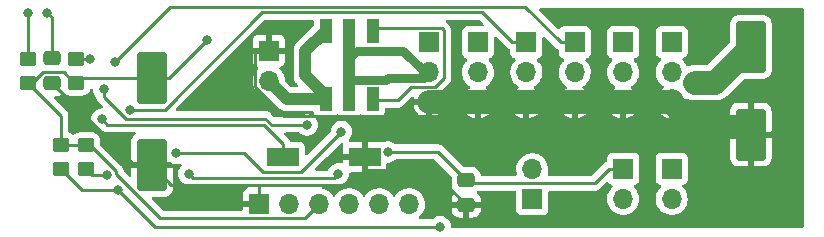
<source format=gbr>
%TF.GenerationSoftware,KiCad,Pcbnew,(6.0.7)*%
%TF.CreationDate,2022-10-27T13:02:41+02:00*%
%TF.ProjectId,UniMini,556e694d-696e-4692-9e6b-696361645f70,rev?*%
%TF.SameCoordinates,Original*%
%TF.FileFunction,Copper,L1,Top*%
%TF.FilePolarity,Positive*%
%FSLAX46Y46*%
G04 Gerber Fmt 4.6, Leading zero omitted, Abs format (unit mm)*
G04 Created by KiCad (PCBNEW (6.0.7)) date 2022-10-27 13:02:41*
%MOMM*%
%LPD*%
G01*
G04 APERTURE LIST*
G04 Aperture macros list*
%AMRoundRect*
0 Rectangle with rounded corners*
0 $1 Rounding radius*
0 $2 $3 $4 $5 $6 $7 $8 $9 X,Y pos of 4 corners*
0 Add a 4 corners polygon primitive as box body*
4,1,4,$2,$3,$4,$5,$6,$7,$8,$9,$2,$3,0*
0 Add four circle primitives for the rounded corners*
1,1,$1+$1,$2,$3*
1,1,$1+$1,$4,$5*
1,1,$1+$1,$6,$7*
1,1,$1+$1,$8,$9*
0 Add four rect primitives between the rounded corners*
20,1,$1+$1,$2,$3,$4,$5,0*
20,1,$1+$1,$4,$5,$6,$7,0*
20,1,$1+$1,$6,$7,$8,$9,0*
20,1,$1+$1,$8,$9,$2,$3,0*%
G04 Aperture macros list end*
%TA.AperFunction,SMDPad,CuDef*%
%ADD10RoundRect,0.250000X-1.000000X1.950000X-1.000000X-1.950000X1.000000X-1.950000X1.000000X1.950000X0*%
%TD*%
%TA.AperFunction,ComponentPad*%
%ADD11R,1.700000X1.700000*%
%TD*%
%TA.AperFunction,ComponentPad*%
%ADD12O,1.700000X1.700000*%
%TD*%
%TA.AperFunction,SMDPad,CuDef*%
%ADD13RoundRect,0.250000X-0.450000X0.350000X-0.450000X-0.350000X0.450000X-0.350000X0.450000X0.350000X0*%
%TD*%
%TA.AperFunction,SMDPad,CuDef*%
%ADD14RoundRect,0.250000X0.450000X-0.350000X0.450000X0.350000X-0.450000X0.350000X-0.450000X-0.350000X0*%
%TD*%
%TA.AperFunction,SMDPad,CuDef*%
%ADD15RoundRect,0.250000X-0.475000X0.337500X-0.475000X-0.337500X0.475000X-0.337500X0.475000X0.337500X0*%
%TD*%
%TA.AperFunction,SMDPad,CuDef*%
%ADD16R,2.699750X1.597660*%
%TD*%
%TA.AperFunction,SMDPad,CuDef*%
%ADD17R,1.000000X2.032000*%
%TD*%
%TA.AperFunction,ViaPad*%
%ADD18C,0.800000*%
%TD*%
%TA.AperFunction,Conductor*%
%ADD19C,0.250000*%
%TD*%
%TA.AperFunction,Conductor*%
%ADD20C,0.800000*%
%TD*%
%TA.AperFunction,Conductor*%
%ADD21C,2.000000*%
%TD*%
%TA.AperFunction,Conductor*%
%ADD22C,1.000000*%
%TD*%
G04 APERTURE END LIST*
D10*
%TO.P,C4,1*%
%TO.N,+3V3*%
X47400000Y-77100000D03*
%TO.P,C4,2*%
%TO.N,GND*%
X47400000Y-84500000D03*
%TD*%
D11*
%TO.P,J2,1,Pin_1*%
%TO.N,GND*%
X57300000Y-74800000D03*
D12*
%TO.P,J2,2,Pin_2*%
%TO.N,Net-(J2-Pad2)*%
X57300000Y-77340000D03*
%TD*%
D11*
%TO.P,J4,1,Pin_1*%
%TO.N,Net-(J4-Pad1)*%
X79600000Y-87375000D03*
D12*
%TO.P,J4,2,Pin_2*%
%TO.N,Net-(J4-Pad2)*%
X79600000Y-84835000D03*
%TD*%
D13*
%TO.P,R1,1*%
%TO.N,+3V3*%
X41800000Y-82800000D03*
%TO.P,R1,2*%
%TO.N,/Servo_2*%
X41800000Y-84800000D03*
%TD*%
D11*
%TO.P,M5,1,PWM*%
%TO.N,/Servo_5*%
X87300000Y-74100000D03*
D12*
%TO.P,M5,2,+*%
%TO.N,+3V8*%
X87300000Y-76640000D03*
%TO.P,M5,3,-*%
%TO.N,GND*%
X87300000Y-79180000D03*
%TD*%
D11*
%TO.P,J1,1,Pin_1*%
%TO.N,GND*%
X56460000Y-87800000D03*
D12*
%TO.P,J1,2,Pin_2*%
%TO.N,unconnected-(J1-Pad2)*%
X59000000Y-87800000D03*
%TO.P,J1,3,Pin_3*%
%TO.N,+3V3*%
X61540000Y-87800000D03*
%TO.P,J1,4,Pin_4*%
%TO.N,/TX_P*%
X64080000Y-87800000D03*
%TO.P,J1,5,Pin_5*%
%TO.N,/RX_P*%
X66620000Y-87800000D03*
%TO.P,J1,6,Pin_6*%
%TO.N,unconnected-(J1-Pad6)*%
X69160000Y-87800000D03*
%TD*%
D14*
%TO.P,R4,1*%
%TO.N,+3V3*%
X41000000Y-77500000D03*
%TO.P,R4,2*%
%TO.N,Net-(R4-Pad2)*%
X41000000Y-75500000D03*
%TD*%
D10*
%TO.P,C1,1*%
%TO.N,+3V8*%
X98100000Y-74500000D03*
%TO.P,C1,2*%
%TO.N,GND*%
X98100000Y-81900000D03*
%TD*%
D15*
%TO.P,C5,1*%
%TO.N,/CHK_BAT*%
X38900000Y-75462500D03*
%TO.P,C5,2*%
%TO.N,GND*%
X38900000Y-77537500D03*
%TD*%
%TO.P,C7,1*%
%TO.N,+3V8*%
X74000000Y-85762500D03*
%TO.P,C7,2*%
%TO.N,GND*%
X74000000Y-87837500D03*
%TD*%
D14*
%TO.P,R3,1*%
%TO.N,+3V3*%
X36900000Y-77500000D03*
%TO.P,R3,2*%
%TO.N,Net-(R3-Pad2)*%
X36900000Y-75500000D03*
%TD*%
D11*
%TO.P,M6,1,PWM*%
%TO.N,/Servo_6*%
X91400000Y-74075000D03*
D12*
%TO.P,M6,2,+*%
%TO.N,+3V8*%
X91400000Y-76615000D03*
%TO.P,M6,3,-*%
%TO.N,GND*%
X91400000Y-79155000D03*
%TD*%
D11*
%TO.P,M2,1,PWM*%
%TO.N,/Servo_2*%
X75000000Y-74100000D03*
D12*
%TO.P,M2,2,+*%
%TO.N,+3V8*%
X75000000Y-76640000D03*
%TO.P,M2,3,-*%
%TO.N,GND*%
X75000000Y-79180000D03*
%TD*%
D11*
%TO.P,J3,1,Pin_1*%
%TO.N,+3V8*%
X87300000Y-84800000D03*
D12*
%TO.P,J3,2,Pin_2*%
%TO.N,Net-(J3-Pad2)*%
X87300000Y-87340000D03*
%TD*%
D11*
%TO.P,M1,1,PWM*%
%TO.N,/Servo_1*%
X70900000Y-74100000D03*
D12*
%TO.P,M1,2,+*%
%TO.N,+3V8*%
X70900000Y-76640000D03*
%TO.P,M1,3,-*%
%TO.N,GND*%
X70900000Y-79180000D03*
%TD*%
D11*
%TO.P,J5,1,Pin_1*%
%TO.N,+3V8*%
X91400000Y-84800000D03*
D12*
%TO.P,J5,2,Pin_2*%
%TO.N,Net-(J5-Pad2)*%
X91400000Y-87340000D03*
%TD*%
D11*
%TO.P,M3,1,PWM*%
%TO.N,/Servo_3*%
X79100000Y-74100000D03*
D12*
%TO.P,M3,2,+*%
%TO.N,+3V8*%
X79100000Y-76640000D03*
%TO.P,M3,3,-*%
%TO.N,GND*%
X79100000Y-79180000D03*
%TD*%
D16*
%TO.P,S1,1,1*%
%TO.N,Net-(R3-Pad2)*%
X58500000Y-83800000D03*
%TO.P,S1,2,2*%
%TO.N,GND*%
X65400000Y-83800000D03*
%TD*%
D13*
%TO.P,R2,1*%
%TO.N,+3V3*%
X39700000Y-82800000D03*
%TO.P,R2,2*%
%TO.N,/Servo_1*%
X39700000Y-84800000D03*
%TD*%
D17*
%TO.P,SW1,1,COM*%
%TO.N,+3V8*%
X64100000Y-73100000D03*
X64100000Y-78900000D03*
%TO.P,SW1,2,NC*%
%TO.N,Net-(J2-Pad2)*%
X62100000Y-78900000D03*
X62100000Y-73100000D03*
%TO.P,SW1,3,NO*%
%TO.N,unconnected-(SW1-Pad3)*%
X66100000Y-73100000D03*
X66100000Y-78900000D03*
%TD*%
D11*
%TO.P,M4,1,PWM*%
%TO.N,/Servo_4*%
X83200000Y-74100000D03*
D12*
%TO.P,M4,2,+*%
%TO.N,+3V8*%
X83200000Y-76640000D03*
%TO.P,M4,3,-*%
%TO.N,GND*%
X83200000Y-79180000D03*
%TD*%
D18*
%TO.N,+3V8*%
X93100000Y-77300000D03*
X93750000Y-77950000D03*
X67387300Y-83374700D03*
%TO.N,+3V3*%
X52045000Y-73896800D03*
%TO.N,/CHK_BAT*%
X38509800Y-71584500D03*
%TO.N,/Servo_1*%
X44538900Y-86581700D03*
X71792400Y-89699300D03*
%TO.N,/Servo_2*%
X43636700Y-85303600D03*
X63445300Y-81654500D03*
X49465900Y-83502600D03*
%TO.N,/Servo_3*%
X45525100Y-79786700D03*
%TO.N,/Servo_4*%
X44259000Y-75741700D03*
%TO.N,Net-(R3-Pad2)*%
X36900000Y-71590400D03*
X43163500Y-80603000D03*
%TO.N,Net-(R4-Pad2)*%
X42118500Y-75500000D03*
%TO.N,/MOT_B*%
X63180700Y-85233700D03*
X50514500Y-85233700D03*
%TO.N,/Spare*%
X60530400Y-81078300D03*
X43325700Y-78066400D03*
%TD*%
D19*
%TO.N,+3V8*%
X93300000Y-77500000D02*
X93100000Y-77300000D01*
D20*
X70900000Y-76640000D02*
X70540000Y-76640000D01*
D21*
X95100000Y-77500000D02*
X93400000Y-77500000D01*
D20*
X70440000Y-77100000D02*
X67384000Y-77100000D01*
D22*
X64100000Y-73100000D02*
X64100000Y-74900000D01*
X64100000Y-74900000D02*
X64100000Y-77000000D01*
D19*
X70900000Y-76640000D02*
X70440000Y-77100000D01*
D20*
X70540000Y-76640000D02*
X68700000Y-74800000D01*
X67200000Y-77284000D02*
X64384000Y-77284000D01*
D19*
X70900000Y-76500000D02*
X70900000Y-76640000D01*
X84889000Y-86035700D02*
X74273200Y-86035700D01*
X86124700Y-84800000D02*
X84889000Y-86035700D01*
D20*
X64384000Y-77284000D02*
X64200000Y-77100000D01*
D19*
X64200000Y-77100000D02*
X64100000Y-77000000D01*
X71612200Y-83374700D02*
X67387300Y-83374700D01*
X74273200Y-86035700D02*
X74000000Y-85762500D01*
X64367100Y-75167100D02*
X64100000Y-74900000D01*
X87300000Y-84800000D02*
X86124700Y-84800000D01*
D22*
X64100000Y-77000000D02*
X64100000Y-78200000D01*
D20*
X67384000Y-77100000D02*
X67200000Y-77284000D01*
D21*
X98100000Y-74500000D02*
X95100000Y-77500000D01*
D19*
X74000000Y-85762500D02*
X71612200Y-83374700D01*
D20*
X64734200Y-74800000D02*
X64367100Y-75167100D01*
D22*
X70900000Y-76500000D02*
X71000000Y-76600000D01*
D20*
X68700000Y-74800000D02*
X64734200Y-74800000D01*
D19*
X93400000Y-77500000D02*
X93300000Y-77500000D01*
%TO.N,GND*%
X65400000Y-80356600D02*
X65400000Y-82675900D01*
X91360000Y-79140000D02*
X91385000Y-79140000D01*
X64178000Y-86146100D02*
X65400000Y-84924100D01*
D21*
X98100000Y-81900000D02*
X97500000Y-81300000D01*
D19*
X49046100Y-86146100D02*
X56460000Y-86146100D01*
D21*
X83200000Y-79180000D02*
X87300000Y-79180000D01*
D19*
X38900000Y-77537500D02*
X45862500Y-84500000D01*
X65400000Y-83760800D02*
X65400000Y-82675900D01*
X65396400Y-80353000D02*
X58586300Y-80353000D01*
X71086600Y-84924100D02*
X74000000Y-87837500D01*
X47400000Y-84500000D02*
X49046100Y-86146100D01*
D21*
X72799900Y-79180000D02*
X75000000Y-79180000D01*
D19*
X65400000Y-80356600D02*
X65396400Y-80353000D01*
X65400000Y-83760800D02*
X65400000Y-83800000D01*
D21*
X70900000Y-79180000D02*
X72799900Y-79180000D01*
D19*
X91385000Y-79140000D02*
X91400000Y-79155000D01*
D21*
X87300000Y-79180000D02*
X91320000Y-79180000D01*
D19*
X56460000Y-86146100D02*
X64178000Y-86146100D01*
D21*
X91500000Y-79300000D02*
X91500000Y-79200000D01*
D19*
X72799900Y-79180000D02*
X71623300Y-80356600D01*
X56460000Y-86624700D02*
X56460000Y-86146100D01*
X58586300Y-80353000D02*
X56124700Y-77891400D01*
X91400000Y-79155000D02*
X91455000Y-79155000D01*
X56124700Y-77891400D02*
X56124700Y-74800000D01*
X56460000Y-87800000D02*
X56460000Y-86624700D01*
X65400000Y-83800000D02*
X65400000Y-84924100D01*
D21*
X79100000Y-79180000D02*
X83200000Y-79180000D01*
X91360000Y-79140000D02*
X91400000Y-79100000D01*
X75000000Y-79180000D02*
X79100000Y-79180000D01*
D19*
X57300000Y-74800000D02*
X56124700Y-74800000D01*
X91455000Y-79155000D02*
X91500000Y-79200000D01*
D21*
X93500000Y-81300000D02*
X91500000Y-79300000D01*
X97500000Y-81300000D02*
X93500000Y-81300000D01*
D19*
X65400000Y-84924100D02*
X71086600Y-84924100D01*
D21*
X91320000Y-79180000D02*
X91360000Y-79140000D01*
D19*
X45862500Y-84500000D02*
X47400000Y-84500000D01*
X71623300Y-80356600D02*
X65400000Y-80356600D01*
%TO.N,+3V3*%
X39923500Y-76623500D02*
X38175700Y-76623500D01*
X38175700Y-76623500D02*
X37099600Y-77699600D01*
X39700000Y-82800000D02*
X39700000Y-80300000D01*
X44362000Y-85003100D02*
X42158900Y-82800000D01*
X48841800Y-77100000D02*
X52045000Y-73896800D01*
X39700000Y-80300000D02*
X37099600Y-77699600D01*
X47400000Y-77100000D02*
X48841800Y-77100000D01*
X40800000Y-77500000D02*
X39923500Y-76623500D01*
X41200000Y-77100000D02*
X40800000Y-77500000D01*
X48070600Y-88975400D02*
X44362000Y-85266800D01*
X42158900Y-82800000D02*
X41800000Y-82800000D01*
X61540000Y-87800000D02*
X60364600Y-88975400D01*
X39700000Y-82800000D02*
X41800000Y-82800000D01*
X37099600Y-77699600D02*
X36900000Y-77500000D01*
X60364600Y-88975400D02*
X48070600Y-88975400D01*
X47400000Y-77100000D02*
X41200000Y-77100000D01*
X44362000Y-85266800D02*
X44362000Y-85003100D01*
%TO.N,/CHK_BAT*%
X38900000Y-75462500D02*
X38900000Y-71974700D01*
X38900000Y-71974700D02*
X38509800Y-71584500D01*
D22*
%TO.N,Net-(J2-Pad2)*%
X62100000Y-73100000D02*
X60400000Y-74800000D01*
D19*
X57300000Y-77340000D02*
X57300000Y-77400000D01*
D22*
X60400000Y-74800000D02*
X60400000Y-76900000D01*
X61600000Y-78900000D02*
X58800000Y-78900000D01*
X58800000Y-78900000D02*
X57300000Y-77400000D01*
X60400000Y-76900000D02*
X61600000Y-78100000D01*
D19*
%TO.N,/Servo_1*%
X44538900Y-86581700D02*
X47656500Y-89699300D01*
X39700000Y-84800000D02*
X41481700Y-86581700D01*
X47656500Y-89699300D02*
X71792400Y-89699300D01*
X41481700Y-86581700D02*
X44538900Y-86581700D01*
%TO.N,/Servo_2*%
X49465900Y-83502600D02*
X55181500Y-83502600D01*
X59999800Y-85100000D02*
X63445300Y-81654500D01*
X55181500Y-83502600D02*
X56778900Y-85100000D01*
X43636700Y-85303600D02*
X42303600Y-85303600D01*
X56778900Y-85100000D02*
X59999800Y-85100000D01*
X42303600Y-85303600D02*
X41800000Y-84800000D01*
%TO.N,/Servo_3*%
X75383400Y-71558700D02*
X56710000Y-71558700D01*
X56710000Y-71558700D02*
X48482100Y-79786600D01*
X79100000Y-74100000D02*
X77924700Y-74100000D01*
X48482100Y-79786600D02*
X45525100Y-79786600D01*
X77924700Y-74100000D02*
X75383400Y-71558700D01*
X45525100Y-79786600D02*
X45525100Y-79786700D01*
%TO.N,/Servo_4*%
X48907400Y-71093300D02*
X44259000Y-75741700D01*
X79018000Y-71093300D02*
X48907400Y-71093300D01*
X82024700Y-74100000D02*
X79018000Y-71093300D01*
X83200000Y-74100000D02*
X82024700Y-74100000D01*
%TO.N,Net-(R3-Pad2)*%
X56877400Y-81053300D02*
X58500000Y-82675900D01*
X43163500Y-80603000D02*
X43613800Y-81053300D01*
X58500000Y-83800000D02*
X58500000Y-82675900D01*
X43613800Y-81053300D02*
X56877400Y-81053300D01*
X36900000Y-71590400D02*
X36900000Y-75500000D01*
%TO.N,Net-(R4-Pad2)*%
X40800000Y-75500000D02*
X42118500Y-75500000D01*
%TO.N,/MOT_B*%
X62814400Y-85600000D02*
X63180700Y-85233700D01*
X50880800Y-85600000D02*
X62814400Y-85600000D01*
X50514500Y-85233700D02*
X50880800Y-85600000D01*
%TO.N,/Spare*%
X43325700Y-78690400D02*
X45181900Y-80546600D01*
X57539300Y-81078300D02*
X60530400Y-81078300D01*
X43325700Y-78066400D02*
X43325700Y-78690400D01*
X57007600Y-80546600D02*
X57539300Y-81078300D01*
X45181900Y-80546600D02*
X57007600Y-80546600D01*
%TO.N,unconnected-(SW1-Pad3)*%
X72091700Y-77146700D02*
X72091700Y-73067400D01*
X72091700Y-73067400D02*
X71924300Y-72900000D01*
X71924300Y-72900000D02*
X66600000Y-72900000D01*
X66600000Y-79000000D02*
X68204300Y-79000000D01*
X71383800Y-77854600D02*
X72091700Y-77146700D01*
X69349700Y-77854600D02*
X71383800Y-77854600D01*
X68204300Y-79000000D02*
X69349700Y-77854600D01*
%TD*%
%TA.AperFunction,Conductor*%
%TO.N,GND*%
G36*
X102509086Y-71189672D02*
G01*
X102555579Y-71243328D01*
X102566965Y-71295670D01*
X102566965Y-89693516D01*
X102546963Y-89761637D01*
X102493307Y-89808130D01*
X102440965Y-89819516D01*
X72831214Y-89819516D01*
X72763093Y-89799514D01*
X72716600Y-89745858D01*
X72706459Y-89699242D01*
X72705904Y-89699300D01*
X72705373Y-89694246D01*
X72705373Y-89694244D01*
X72685942Y-89509372D01*
X72626927Y-89327744D01*
X72531440Y-89162356D01*
X72403653Y-89020434D01*
X72283310Y-88932999D01*
X72254494Y-88912063D01*
X72254493Y-88912062D01*
X72249152Y-88908182D01*
X72243124Y-88905498D01*
X72243122Y-88905497D01*
X72080719Y-88833191D01*
X72080718Y-88833191D01*
X72074688Y-88830506D01*
X71981288Y-88810653D01*
X71894344Y-88792172D01*
X71894339Y-88792172D01*
X71887887Y-88790800D01*
X71696913Y-88790800D01*
X71690461Y-88792172D01*
X71690456Y-88792172D01*
X71603512Y-88810653D01*
X71510112Y-88830506D01*
X71504082Y-88833191D01*
X71504081Y-88833191D01*
X71341678Y-88905497D01*
X71341676Y-88905498D01*
X71335648Y-88908182D01*
X71330307Y-88912062D01*
X71330306Y-88912063D01*
X71301490Y-88932999D01*
X71181147Y-89020434D01*
X71176732Y-89025337D01*
X71171820Y-89029760D01*
X71170695Y-89028511D01*
X71117386Y-89061351D01*
X71084200Y-89065800D01*
X70117705Y-89065800D01*
X70049584Y-89045798D01*
X70003091Y-88992142D01*
X69992987Y-88921868D01*
X70022481Y-88857288D01*
X70036029Y-88843905D01*
X70039860Y-88841173D01*
X70198096Y-88683489D01*
X70219137Y-88654208D01*
X70325435Y-88506277D01*
X70328453Y-88502077D01*
X70349320Y-88459857D01*
X70425136Y-88306453D01*
X70425137Y-88306451D01*
X70427430Y-88301811D01*
X70451650Y-88222095D01*
X72767001Y-88222095D01*
X72767338Y-88228614D01*
X72777257Y-88324206D01*
X72780149Y-88337600D01*
X72831588Y-88491784D01*
X72837761Y-88504962D01*
X72923063Y-88642807D01*
X72932099Y-88654208D01*
X73046829Y-88768739D01*
X73058240Y-88777751D01*
X73196243Y-88862816D01*
X73209424Y-88868963D01*
X73363710Y-88920138D01*
X73377086Y-88923005D01*
X73471438Y-88932672D01*
X73477854Y-88933000D01*
X73727885Y-88933000D01*
X73743124Y-88928525D01*
X73744329Y-88927135D01*
X73746000Y-88919452D01*
X73746000Y-88914884D01*
X74254000Y-88914884D01*
X74258475Y-88930123D01*
X74259865Y-88931328D01*
X74267548Y-88932999D01*
X74522095Y-88932999D01*
X74528614Y-88932662D01*
X74624206Y-88922743D01*
X74637600Y-88919851D01*
X74791784Y-88868412D01*
X74804962Y-88862239D01*
X74942807Y-88776937D01*
X74954208Y-88767901D01*
X75068739Y-88653171D01*
X75077751Y-88641760D01*
X75162816Y-88503757D01*
X75168963Y-88490576D01*
X75220138Y-88336290D01*
X75223005Y-88322914D01*
X75232672Y-88228562D01*
X75233000Y-88222146D01*
X75233000Y-88109615D01*
X75228525Y-88094376D01*
X75227135Y-88093171D01*
X75219452Y-88091500D01*
X74272115Y-88091500D01*
X74256876Y-88095975D01*
X74255671Y-88097365D01*
X74254000Y-88105048D01*
X74254000Y-88914884D01*
X73746000Y-88914884D01*
X73746000Y-88109615D01*
X73741525Y-88094376D01*
X73740135Y-88093171D01*
X73732452Y-88091500D01*
X72785116Y-88091500D01*
X72769877Y-88095975D01*
X72768672Y-88097365D01*
X72767001Y-88105048D01*
X72767001Y-88222095D01*
X70451650Y-88222095D01*
X70492370Y-88088069D01*
X70521529Y-87866590D01*
X70522021Y-87846453D01*
X70523074Y-87803365D01*
X70523074Y-87803361D01*
X70523156Y-87800000D01*
X70504852Y-87577361D01*
X70450431Y-87360702D01*
X70361354Y-87155840D01*
X70294136Y-87051937D01*
X70242822Y-86972617D01*
X70242820Y-86972614D01*
X70240014Y-86968277D01*
X70089670Y-86803051D01*
X70085619Y-86799852D01*
X70085615Y-86799848D01*
X69918414Y-86667800D01*
X69918410Y-86667798D01*
X69914359Y-86664598D01*
X69900076Y-86656713D01*
X69817791Y-86611290D01*
X69718789Y-86556638D01*
X69713920Y-86554914D01*
X69713916Y-86554912D01*
X69513087Y-86483795D01*
X69513083Y-86483794D01*
X69508212Y-86482069D01*
X69503119Y-86481162D01*
X69503116Y-86481161D01*
X69293373Y-86443800D01*
X69293367Y-86443799D01*
X69288284Y-86442894D01*
X69214452Y-86441992D01*
X69070081Y-86440228D01*
X69070079Y-86440228D01*
X69064911Y-86440165D01*
X68844091Y-86473955D01*
X68631756Y-86543357D01*
X68601443Y-86559137D01*
X68450149Y-86637896D01*
X68433607Y-86646507D01*
X68429474Y-86649610D01*
X68429471Y-86649612D01*
X68268643Y-86770365D01*
X68254965Y-86780635D01*
X68100629Y-86942138D01*
X67993201Y-87099621D01*
X67938293Y-87144621D01*
X67867768Y-87152792D01*
X67804021Y-87121538D01*
X67783324Y-87097054D01*
X67702822Y-86972617D01*
X67702820Y-86972614D01*
X67700014Y-86968277D01*
X67549670Y-86803051D01*
X67545619Y-86799852D01*
X67545615Y-86799848D01*
X67378414Y-86667800D01*
X67378410Y-86667798D01*
X67374359Y-86664598D01*
X67360076Y-86656713D01*
X67277791Y-86611290D01*
X67178789Y-86556638D01*
X67173920Y-86554914D01*
X67173916Y-86554912D01*
X66973087Y-86483795D01*
X66973083Y-86483794D01*
X66968212Y-86482069D01*
X66963119Y-86481162D01*
X66963116Y-86481161D01*
X66753373Y-86443800D01*
X66753367Y-86443799D01*
X66748284Y-86442894D01*
X66674452Y-86441992D01*
X66530081Y-86440228D01*
X66530079Y-86440228D01*
X66524911Y-86440165D01*
X66304091Y-86473955D01*
X66091756Y-86543357D01*
X66061443Y-86559137D01*
X65910149Y-86637896D01*
X65893607Y-86646507D01*
X65889474Y-86649610D01*
X65889471Y-86649612D01*
X65728643Y-86770365D01*
X65714965Y-86780635D01*
X65560629Y-86942138D01*
X65453201Y-87099621D01*
X65398293Y-87144621D01*
X65327768Y-87152792D01*
X65264021Y-87121538D01*
X65243324Y-87097054D01*
X65162822Y-86972617D01*
X65162820Y-86972614D01*
X65160014Y-86968277D01*
X65009670Y-86803051D01*
X65005619Y-86799852D01*
X65005615Y-86799848D01*
X64838414Y-86667800D01*
X64838410Y-86667798D01*
X64834359Y-86664598D01*
X64820076Y-86656713D01*
X64737791Y-86611290D01*
X64638789Y-86556638D01*
X64633920Y-86554914D01*
X64633916Y-86554912D01*
X64433087Y-86483795D01*
X64433083Y-86483794D01*
X64428212Y-86482069D01*
X64423119Y-86481162D01*
X64423116Y-86481161D01*
X64213373Y-86443800D01*
X64213367Y-86443799D01*
X64208284Y-86442894D01*
X64134452Y-86441992D01*
X63990081Y-86440228D01*
X63990079Y-86440228D01*
X63984911Y-86440165D01*
X63764091Y-86473955D01*
X63551756Y-86543357D01*
X63521443Y-86559137D01*
X63370149Y-86637896D01*
X63353607Y-86646507D01*
X63349474Y-86649610D01*
X63349471Y-86649612D01*
X63188643Y-86770365D01*
X63174965Y-86780635D01*
X63020629Y-86942138D01*
X62913201Y-87099621D01*
X62858293Y-87144621D01*
X62787768Y-87152792D01*
X62724021Y-87121538D01*
X62703324Y-87097054D01*
X62622822Y-86972617D01*
X62622820Y-86972614D01*
X62620014Y-86968277D01*
X62469670Y-86803051D01*
X62465619Y-86799852D01*
X62465615Y-86799848D01*
X62298414Y-86667800D01*
X62298410Y-86667798D01*
X62294359Y-86664598D01*
X62280076Y-86656713D01*
X62197791Y-86611290D01*
X62098789Y-86556638D01*
X62093920Y-86554914D01*
X62093916Y-86554912D01*
X61893090Y-86483796D01*
X61893086Y-86483795D01*
X61888212Y-86482069D01*
X61883598Y-86481247D01*
X61822968Y-86444583D01*
X61791722Y-86380832D01*
X61799902Y-86310308D01*
X61844912Y-86255402D01*
X61915903Y-86233500D01*
X62735633Y-86233500D01*
X62746816Y-86234027D01*
X62754309Y-86235702D01*
X62762235Y-86235453D01*
X62762236Y-86235453D01*
X62822386Y-86233562D01*
X62826345Y-86233500D01*
X62854256Y-86233500D01*
X62858191Y-86233003D01*
X62858256Y-86232995D01*
X62870093Y-86232062D01*
X62902351Y-86231048D01*
X62906370Y-86230922D01*
X62914289Y-86230673D01*
X62933743Y-86225021D01*
X62953100Y-86221013D01*
X62965330Y-86219468D01*
X62965331Y-86219468D01*
X62973197Y-86218474D01*
X62980568Y-86215555D01*
X62980570Y-86215555D01*
X63014312Y-86202196D01*
X63025542Y-86198351D01*
X63060383Y-86188229D01*
X63060384Y-86188229D01*
X63067993Y-86186018D01*
X63074812Y-86181985D01*
X63074817Y-86181983D01*
X63085428Y-86175707D01*
X63103176Y-86167012D01*
X63122017Y-86159552D01*
X63125149Y-86157276D01*
X63183868Y-86142200D01*
X63276187Y-86142200D01*
X63282639Y-86140828D01*
X63282644Y-86140828D01*
X63369587Y-86122347D01*
X63462988Y-86102494D01*
X63479306Y-86095229D01*
X63631422Y-86027503D01*
X63631424Y-86027502D01*
X63637452Y-86024818D01*
X63791953Y-85912566D01*
X63806234Y-85896705D01*
X63915321Y-85775552D01*
X63915322Y-85775551D01*
X63919740Y-85770644D01*
X64015227Y-85605256D01*
X64074242Y-85423628D01*
X64078597Y-85382198D01*
X64093514Y-85240265D01*
X64094204Y-85233700D01*
X64093955Y-85231329D01*
X64113516Y-85164709D01*
X64167172Y-85118216D01*
X64219514Y-85106830D01*
X65127885Y-85106830D01*
X65143124Y-85102355D01*
X65144329Y-85100965D01*
X65146000Y-85093282D01*
X65146000Y-85088714D01*
X65654000Y-85088714D01*
X65658475Y-85103953D01*
X65659865Y-85105158D01*
X65667548Y-85106829D01*
X66794544Y-85106829D01*
X66801365Y-85106459D01*
X66852227Y-85100935D01*
X66867479Y-85097309D01*
X66987929Y-85052154D01*
X67003524Y-85043616D01*
X67105599Y-84967115D01*
X67118160Y-84954554D01*
X67194661Y-84852479D01*
X67203199Y-84836884D01*
X67248353Y-84716436D01*
X67251980Y-84701181D01*
X67257506Y-84650316D01*
X67257875Y-84643502D01*
X67257875Y-84409200D01*
X67277877Y-84341079D01*
X67331533Y-84294586D01*
X67383875Y-84283200D01*
X67482787Y-84283200D01*
X67489239Y-84281828D01*
X67489244Y-84281828D01*
X67576409Y-84263300D01*
X67669588Y-84243494D01*
X67675619Y-84240809D01*
X67838022Y-84168503D01*
X67838024Y-84168502D01*
X67844052Y-84165818D01*
X67849748Y-84161680D01*
X67993214Y-84057445D01*
X67998553Y-84053566D01*
X68002968Y-84048663D01*
X68007880Y-84044240D01*
X68009005Y-84045489D01*
X68062314Y-84012649D01*
X68095500Y-84008200D01*
X71297606Y-84008200D01*
X71365727Y-84028202D01*
X71386701Y-84045105D01*
X72729595Y-85387999D01*
X72763621Y-85450311D01*
X72766500Y-85477094D01*
X72766500Y-86150400D01*
X72766837Y-86153646D01*
X72766837Y-86153650D01*
X72775612Y-86238219D01*
X72777474Y-86256166D01*
X72779655Y-86262702D01*
X72779655Y-86262704D01*
X72799801Y-86323087D01*
X72833450Y-86423946D01*
X72926522Y-86574348D01*
X73051697Y-86699305D01*
X73056235Y-86702102D01*
X73096824Y-86759353D01*
X73100054Y-86830276D01*
X73064428Y-86891687D01*
X73055932Y-86899062D01*
X73045793Y-86907098D01*
X72931261Y-87021829D01*
X72922249Y-87033240D01*
X72837184Y-87171243D01*
X72831037Y-87184424D01*
X72779862Y-87338710D01*
X72776995Y-87352086D01*
X72767328Y-87446438D01*
X72767000Y-87452855D01*
X72767000Y-87565385D01*
X72771475Y-87580624D01*
X72772865Y-87581829D01*
X72780548Y-87583500D01*
X75214884Y-87583500D01*
X75230123Y-87579025D01*
X75231328Y-87577635D01*
X75232999Y-87569952D01*
X75232999Y-87452905D01*
X75232662Y-87446386D01*
X75222743Y-87350794D01*
X75219851Y-87337400D01*
X75168412Y-87183216D01*
X75162239Y-87170038D01*
X75076937Y-87032193D01*
X75067901Y-87020792D01*
X74953172Y-86906262D01*
X74944238Y-86899206D01*
X74903177Y-86841288D01*
X74899947Y-86770365D01*
X74935574Y-86708954D01*
X74943410Y-86702153D01*
X74949348Y-86698478D01*
X74951934Y-86695887D01*
X75016352Y-86669816D01*
X75028801Y-86669200D01*
X78115500Y-86669200D01*
X78183621Y-86689202D01*
X78230114Y-86742858D01*
X78241500Y-86795200D01*
X78241500Y-88273134D01*
X78248255Y-88335316D01*
X78299385Y-88471705D01*
X78386739Y-88588261D01*
X78503295Y-88675615D01*
X78639684Y-88726745D01*
X78701866Y-88733500D01*
X80498134Y-88733500D01*
X80560316Y-88726745D01*
X80696705Y-88675615D01*
X80813261Y-88588261D01*
X80900615Y-88471705D01*
X80951745Y-88335316D01*
X80958500Y-88273134D01*
X80958500Y-86795200D01*
X80978502Y-86727079D01*
X81032158Y-86680586D01*
X81084500Y-86669200D01*
X84810233Y-86669200D01*
X84821416Y-86669727D01*
X84828909Y-86671402D01*
X84836835Y-86671153D01*
X84836836Y-86671153D01*
X84896986Y-86669262D01*
X84900945Y-86669200D01*
X84928856Y-86669200D01*
X84932791Y-86668703D01*
X84932856Y-86668695D01*
X84944693Y-86667762D01*
X84976951Y-86666748D01*
X84980970Y-86666622D01*
X84988889Y-86666373D01*
X85008343Y-86660721D01*
X85027700Y-86656713D01*
X85039930Y-86655168D01*
X85039931Y-86655168D01*
X85047797Y-86654174D01*
X85055168Y-86651255D01*
X85055170Y-86651255D01*
X85088912Y-86637896D01*
X85100142Y-86634051D01*
X85134983Y-86623929D01*
X85134984Y-86623929D01*
X85142593Y-86621718D01*
X85149412Y-86617685D01*
X85149417Y-86617683D01*
X85160028Y-86611407D01*
X85177776Y-86602712D01*
X85196617Y-86595252D01*
X85215250Y-86581715D01*
X85232387Y-86569264D01*
X85242307Y-86562748D01*
X85273535Y-86544280D01*
X85273538Y-86544278D01*
X85280362Y-86540242D01*
X85294683Y-86525921D01*
X85309717Y-86513080D01*
X85319694Y-86505831D01*
X85326107Y-86501172D01*
X85354298Y-86467095D01*
X85362288Y-86458316D01*
X85864284Y-85956320D01*
X85926596Y-85922294D01*
X85997411Y-85927359D01*
X86054204Y-85969849D01*
X86086739Y-86013261D01*
X86203295Y-86100615D01*
X86211704Y-86103767D01*
X86211705Y-86103768D01*
X86320451Y-86144535D01*
X86377216Y-86187176D01*
X86401916Y-86253738D01*
X86386709Y-86323087D01*
X86367316Y-86349568D01*
X86240629Y-86482138D01*
X86237715Y-86486410D01*
X86237714Y-86486411D01*
X86188104Y-86559137D01*
X86114743Y-86666680D01*
X86071726Y-86759353D01*
X86030672Y-86847797D01*
X86020688Y-86869305D01*
X85960989Y-87084570D01*
X85937251Y-87306695D01*
X85937548Y-87311848D01*
X85937548Y-87311851D01*
X85947832Y-87490200D01*
X85950110Y-87529715D01*
X85951247Y-87534761D01*
X85951248Y-87534767D01*
X85962231Y-87583500D01*
X85999222Y-87747639D01*
X86083266Y-87954616D01*
X86085965Y-87959020D01*
X86175451Y-88105048D01*
X86199987Y-88145088D01*
X86346250Y-88313938D01*
X86518126Y-88456632D01*
X86711000Y-88569338D01*
X86919692Y-88649030D01*
X86924760Y-88650061D01*
X86924763Y-88650062D01*
X87023888Y-88670229D01*
X87138597Y-88693567D01*
X87143772Y-88693757D01*
X87143774Y-88693757D01*
X87356673Y-88701564D01*
X87356677Y-88701564D01*
X87361837Y-88701753D01*
X87366957Y-88701097D01*
X87366959Y-88701097D01*
X87578288Y-88674025D01*
X87578289Y-88674025D01*
X87583416Y-88673368D01*
X87593879Y-88670229D01*
X87792429Y-88610661D01*
X87792434Y-88610659D01*
X87797384Y-88609174D01*
X87997994Y-88510896D01*
X88179860Y-88381173D01*
X88219271Y-88341900D01*
X88334435Y-88227137D01*
X88338096Y-88223489D01*
X88397594Y-88140689D01*
X88465435Y-88046277D01*
X88468453Y-88042077D01*
X88567430Y-87841811D01*
X88632370Y-87628069D01*
X88661529Y-87406590D01*
X88663156Y-87340000D01*
X88660418Y-87306695D01*
X90037251Y-87306695D01*
X90037548Y-87311848D01*
X90037548Y-87311851D01*
X90047832Y-87490200D01*
X90050110Y-87529715D01*
X90051247Y-87534761D01*
X90051248Y-87534767D01*
X90062231Y-87583500D01*
X90099222Y-87747639D01*
X90183266Y-87954616D01*
X90185965Y-87959020D01*
X90275451Y-88105048D01*
X90299987Y-88145088D01*
X90446250Y-88313938D01*
X90618126Y-88456632D01*
X90811000Y-88569338D01*
X91019692Y-88649030D01*
X91024760Y-88650061D01*
X91024763Y-88650062D01*
X91123888Y-88670229D01*
X91238597Y-88693567D01*
X91243772Y-88693757D01*
X91243774Y-88693757D01*
X91456673Y-88701564D01*
X91456677Y-88701564D01*
X91461837Y-88701753D01*
X91466957Y-88701097D01*
X91466959Y-88701097D01*
X91678288Y-88674025D01*
X91678289Y-88674025D01*
X91683416Y-88673368D01*
X91693879Y-88670229D01*
X91892429Y-88610661D01*
X91892434Y-88610659D01*
X91897384Y-88609174D01*
X92097994Y-88510896D01*
X92279860Y-88381173D01*
X92319271Y-88341900D01*
X92434435Y-88227137D01*
X92438096Y-88223489D01*
X92497594Y-88140689D01*
X92565435Y-88046277D01*
X92568453Y-88042077D01*
X92667430Y-87841811D01*
X92732370Y-87628069D01*
X92761529Y-87406590D01*
X92763156Y-87340000D01*
X92744852Y-87117361D01*
X92690431Y-86900702D01*
X92601354Y-86695840D01*
X92510184Y-86554912D01*
X92482822Y-86512617D01*
X92482820Y-86512614D01*
X92480014Y-86508277D01*
X92467993Y-86495066D01*
X92332798Y-86346488D01*
X92301746Y-86282642D01*
X92310141Y-86212143D01*
X92355317Y-86157375D01*
X92381761Y-86143706D01*
X92488297Y-86103767D01*
X92496705Y-86100615D01*
X92613261Y-86013261D01*
X92700615Y-85896705D01*
X92751745Y-85760316D01*
X92758500Y-85698134D01*
X92758500Y-83901866D01*
X92757982Y-83897095D01*
X96342001Y-83897095D01*
X96342338Y-83903614D01*
X96352257Y-83999206D01*
X96355149Y-84012600D01*
X96406588Y-84166784D01*
X96412761Y-84179962D01*
X96498063Y-84317807D01*
X96507099Y-84329208D01*
X96621829Y-84443739D01*
X96633240Y-84452751D01*
X96771243Y-84537816D01*
X96784424Y-84543963D01*
X96938710Y-84595138D01*
X96952086Y-84598005D01*
X97046438Y-84607672D01*
X97052854Y-84608000D01*
X97827885Y-84608000D01*
X97843124Y-84603525D01*
X97844329Y-84602135D01*
X97846000Y-84594452D01*
X97846000Y-84589884D01*
X98354000Y-84589884D01*
X98358475Y-84605123D01*
X98359865Y-84606328D01*
X98367548Y-84607999D01*
X99147095Y-84607999D01*
X99153614Y-84607662D01*
X99249206Y-84597743D01*
X99262600Y-84594851D01*
X99416784Y-84543412D01*
X99429962Y-84537239D01*
X99567807Y-84451937D01*
X99579208Y-84442901D01*
X99693739Y-84328171D01*
X99702751Y-84316760D01*
X99787816Y-84178757D01*
X99793963Y-84165576D01*
X99845138Y-84011290D01*
X99848005Y-83997914D01*
X99857672Y-83903562D01*
X99858000Y-83897146D01*
X99858000Y-82172115D01*
X99853525Y-82156876D01*
X99852135Y-82155671D01*
X99844452Y-82154000D01*
X98372115Y-82154000D01*
X98356876Y-82158475D01*
X98355671Y-82159865D01*
X98354000Y-82167548D01*
X98354000Y-84589884D01*
X97846000Y-84589884D01*
X97846000Y-82172115D01*
X97841525Y-82156876D01*
X97840135Y-82155671D01*
X97832452Y-82154000D01*
X96360116Y-82154000D01*
X96344877Y-82158475D01*
X96343672Y-82159865D01*
X96342001Y-82167548D01*
X96342001Y-83897095D01*
X92757982Y-83897095D01*
X92751745Y-83839684D01*
X92700615Y-83703295D01*
X92613261Y-83586739D01*
X92496705Y-83499385D01*
X92360316Y-83448255D01*
X92298134Y-83441500D01*
X90501866Y-83441500D01*
X90439684Y-83448255D01*
X90303295Y-83499385D01*
X90186739Y-83586739D01*
X90099385Y-83703295D01*
X90048255Y-83839684D01*
X90041500Y-83901866D01*
X90041500Y-85698134D01*
X90048255Y-85760316D01*
X90099385Y-85896705D01*
X90186739Y-86013261D01*
X90303295Y-86100615D01*
X90311704Y-86103767D01*
X90311705Y-86103768D01*
X90420451Y-86144535D01*
X90477216Y-86187176D01*
X90501916Y-86253738D01*
X90486709Y-86323087D01*
X90467316Y-86349568D01*
X90340629Y-86482138D01*
X90337715Y-86486410D01*
X90337714Y-86486411D01*
X90288104Y-86559137D01*
X90214743Y-86666680D01*
X90171726Y-86759353D01*
X90130672Y-86847797D01*
X90120688Y-86869305D01*
X90060989Y-87084570D01*
X90037251Y-87306695D01*
X88660418Y-87306695D01*
X88644852Y-87117361D01*
X88590431Y-86900702D01*
X88501354Y-86695840D01*
X88410184Y-86554912D01*
X88382822Y-86512617D01*
X88382820Y-86512614D01*
X88380014Y-86508277D01*
X88367993Y-86495066D01*
X88232798Y-86346488D01*
X88201746Y-86282642D01*
X88210141Y-86212143D01*
X88255317Y-86157375D01*
X88281761Y-86143706D01*
X88388297Y-86103767D01*
X88396705Y-86100615D01*
X88513261Y-86013261D01*
X88600615Y-85896705D01*
X88651745Y-85760316D01*
X88658500Y-85698134D01*
X88658500Y-83901866D01*
X88651745Y-83839684D01*
X88600615Y-83703295D01*
X88513261Y-83586739D01*
X88396705Y-83499385D01*
X88260316Y-83448255D01*
X88198134Y-83441500D01*
X86401866Y-83441500D01*
X86339684Y-83448255D01*
X86203295Y-83499385D01*
X86086739Y-83586739D01*
X85999385Y-83703295D01*
X85948255Y-83839684D01*
X85941500Y-83901866D01*
X85941500Y-84101836D01*
X85921498Y-84169957D01*
X85870622Y-84213160D01*
X85871108Y-84213981D01*
X85866324Y-84216810D01*
X85866321Y-84216812D01*
X85864284Y-84218017D01*
X85864282Y-84218018D01*
X85853672Y-84224293D01*
X85835924Y-84232988D01*
X85817083Y-84240448D01*
X85810667Y-84245110D01*
X85810666Y-84245110D01*
X85781313Y-84266436D01*
X85771393Y-84272952D01*
X85740165Y-84291420D01*
X85740162Y-84291422D01*
X85733338Y-84295458D01*
X85719017Y-84309779D01*
X85703984Y-84322619D01*
X85687593Y-84334528D01*
X85682542Y-84340634D01*
X85659402Y-84368605D01*
X85651412Y-84377384D01*
X84663500Y-85365295D01*
X84601188Y-85399321D01*
X84574405Y-85402200D01*
X81017532Y-85402200D01*
X80949411Y-85382198D01*
X80902918Y-85328542D01*
X80892814Y-85258268D01*
X80896971Y-85239579D01*
X80932370Y-85123069D01*
X80961529Y-84901590D01*
X80962070Y-84879437D01*
X80963074Y-84838365D01*
X80963074Y-84838361D01*
X80963156Y-84835000D01*
X80944852Y-84612361D01*
X80890431Y-84395702D01*
X80801354Y-84190840D01*
X80721593Y-84067548D01*
X80682822Y-84007617D01*
X80682820Y-84007614D01*
X80680014Y-84003277D01*
X80529670Y-83838051D01*
X80525619Y-83834852D01*
X80525615Y-83834848D01*
X80358414Y-83702800D01*
X80358410Y-83702798D01*
X80354359Y-83699598D01*
X80158789Y-83591638D01*
X80153920Y-83589914D01*
X80153916Y-83589912D01*
X79953087Y-83518795D01*
X79953083Y-83518794D01*
X79948212Y-83517069D01*
X79943119Y-83516162D01*
X79943116Y-83516161D01*
X79733373Y-83478800D01*
X79733367Y-83478799D01*
X79728284Y-83477894D01*
X79654452Y-83476992D01*
X79510081Y-83475228D01*
X79510079Y-83475228D01*
X79504911Y-83475165D01*
X79284091Y-83508955D01*
X79071756Y-83578357D01*
X78873607Y-83681507D01*
X78869474Y-83684610D01*
X78869471Y-83684612D01*
X78699100Y-83812530D01*
X78694965Y-83815635D01*
X78691393Y-83819373D01*
X78546001Y-83971517D01*
X78540629Y-83977138D01*
X78537715Y-83981410D01*
X78537714Y-83981411D01*
X78494855Y-84044240D01*
X78414743Y-84161680D01*
X78384012Y-84227885D01*
X78326935Y-84350848D01*
X78320688Y-84364305D01*
X78260989Y-84579570D01*
X78237251Y-84801695D01*
X78237548Y-84806848D01*
X78237548Y-84806851D01*
X78245304Y-84941368D01*
X78250110Y-85024715D01*
X78251247Y-85029761D01*
X78251248Y-85029767D01*
X78272275Y-85123069D01*
X78298385Y-85238925D01*
X78298385Y-85238926D01*
X78299222Y-85242639D01*
X78298455Y-85242812D01*
X78299657Y-85309514D01*
X78262356Y-85369922D01*
X78198318Y-85400574D01*
X78178141Y-85402200D01*
X75349967Y-85402200D01*
X75281846Y-85382198D01*
X75235353Y-85328542D01*
X75224640Y-85289206D01*
X75223237Y-85275691D01*
X75222526Y-85268834D01*
X75213845Y-85242812D01*
X75168868Y-85108002D01*
X75166550Y-85101054D01*
X75073478Y-84950652D01*
X74948303Y-84825695D01*
X74909368Y-84801695D01*
X74803968Y-84736725D01*
X74803966Y-84736724D01*
X74797738Y-84732885D01*
X74665627Y-84689066D01*
X74636389Y-84679368D01*
X74636387Y-84679368D01*
X74629861Y-84677203D01*
X74623025Y-84676503D01*
X74623022Y-84676502D01*
X74579969Y-84672091D01*
X74525400Y-84666500D01*
X73852094Y-84666500D01*
X73783973Y-84646498D01*
X73762999Y-84629595D01*
X72952778Y-83819373D01*
X72115852Y-82982447D01*
X72108312Y-82974161D01*
X72104200Y-82967682D01*
X72088604Y-82953036D01*
X72054549Y-82921057D01*
X72051707Y-82918302D01*
X72031970Y-82898565D01*
X72028773Y-82896085D01*
X72019751Y-82888380D01*
X72019535Y-82888177D01*
X71987521Y-82858114D01*
X71980575Y-82854295D01*
X71980572Y-82854293D01*
X71969766Y-82848352D01*
X71953247Y-82837501D01*
X71947521Y-82833060D01*
X71937241Y-82825086D01*
X71929972Y-82821941D01*
X71929968Y-82821938D01*
X71896663Y-82807526D01*
X71886013Y-82802309D01*
X71847260Y-82781005D01*
X71827637Y-82775967D01*
X71808934Y-82769563D01*
X71797620Y-82764667D01*
X71797619Y-82764667D01*
X71790345Y-82761519D01*
X71782522Y-82760280D01*
X71782512Y-82760277D01*
X71746676Y-82754601D01*
X71735056Y-82752195D01*
X71699911Y-82743172D01*
X71699910Y-82743172D01*
X71692230Y-82741200D01*
X71671976Y-82741200D01*
X71652265Y-82739649D01*
X71640086Y-82737720D01*
X71632257Y-82736480D01*
X71624365Y-82737226D01*
X71588239Y-82740641D01*
X71576381Y-82741200D01*
X68095500Y-82741200D01*
X68027379Y-82721198D01*
X68008153Y-82704857D01*
X68007880Y-82705160D01*
X68002968Y-82700737D01*
X67998553Y-82695834D01*
X67928709Y-82645089D01*
X67849394Y-82587463D01*
X67849393Y-82587462D01*
X67844052Y-82583582D01*
X67838024Y-82580898D01*
X67838022Y-82580897D01*
X67675619Y-82508591D01*
X67675618Y-82508591D01*
X67669588Y-82505906D01*
X67576188Y-82486053D01*
X67489244Y-82467572D01*
X67489239Y-82467572D01*
X67482787Y-82466200D01*
X67291813Y-82466200D01*
X67285361Y-82467572D01*
X67285356Y-82467572D01*
X67198412Y-82486053D01*
X67105012Y-82505906D01*
X67098979Y-82508592D01*
X67098973Y-82508594D01*
X67047503Y-82531510D01*
X66977136Y-82540945D01*
X66952024Y-82534386D01*
X66867481Y-82502692D01*
X66852226Y-82499065D01*
X66801361Y-82493539D01*
X66794547Y-82493170D01*
X65672115Y-82493170D01*
X65656876Y-82497645D01*
X65655671Y-82499035D01*
X65654000Y-82506718D01*
X65654000Y-85088714D01*
X65146000Y-85088714D01*
X65146000Y-84072115D01*
X65141525Y-84056876D01*
X65140135Y-84055671D01*
X65132452Y-84054000D01*
X63560241Y-84054000D01*
X63545002Y-84058475D01*
X63543797Y-84059865D01*
X63542126Y-84067548D01*
X63542126Y-84226130D01*
X63522124Y-84294251D01*
X63468468Y-84340744D01*
X63398194Y-84350848D01*
X63389936Y-84349378D01*
X63348798Y-84340634D01*
X63282644Y-84326572D01*
X63282639Y-84326572D01*
X63276187Y-84325200D01*
X63085213Y-84325200D01*
X63078761Y-84326572D01*
X63078756Y-84326572D01*
X62991812Y-84345053D01*
X62898412Y-84364906D01*
X62892382Y-84367591D01*
X62892381Y-84367591D01*
X62729978Y-84439897D01*
X62729976Y-84439898D01*
X62723948Y-84442582D01*
X62718607Y-84446462D01*
X62718606Y-84446463D01*
X62690415Y-84466945D01*
X62569447Y-84554834D01*
X62565026Y-84559744D01*
X62565025Y-84559745D01*
X62459266Y-84677203D01*
X62441660Y-84696756D01*
X62346173Y-84862144D01*
X62344132Y-84868426D01*
X62340554Y-84879437D01*
X62300480Y-84938043D01*
X62235083Y-84965679D01*
X62220721Y-84966500D01*
X61333394Y-84966500D01*
X61265273Y-84946498D01*
X61218780Y-84892842D01*
X61208676Y-84822568D01*
X61238170Y-84757988D01*
X61244299Y-84751405D01*
X62233075Y-83762630D01*
X63395800Y-82599905D01*
X63458112Y-82565879D01*
X63484895Y-82563000D01*
X63493730Y-82563000D01*
X63561851Y-82583002D01*
X63608344Y-82636658D01*
X63618448Y-82706932D01*
X63604250Y-82749509D01*
X63596802Y-82763112D01*
X63551647Y-82883564D01*
X63548020Y-82898819D01*
X63542494Y-82949684D01*
X63542125Y-82956498D01*
X63542125Y-83527885D01*
X63546600Y-83543124D01*
X63547990Y-83544329D01*
X63555673Y-83546000D01*
X65127885Y-83546000D01*
X65143124Y-83541525D01*
X65144329Y-83540135D01*
X65146000Y-83532452D01*
X65146000Y-82511286D01*
X65141525Y-82496047D01*
X65140135Y-82494842D01*
X65132452Y-82493171D01*
X64195664Y-82493171D01*
X64127543Y-82473169D01*
X64081050Y-82419513D01*
X64070946Y-82349239D01*
X64102028Y-82282861D01*
X64179921Y-82196352D01*
X64179922Y-82196351D01*
X64184340Y-82191444D01*
X64279827Y-82026056D01*
X64338842Y-81844428D01*
X64340282Y-81830732D01*
X64358114Y-81661065D01*
X64358804Y-81654500D01*
X64356007Y-81627885D01*
X96342000Y-81627885D01*
X96346475Y-81643124D01*
X96347865Y-81644329D01*
X96355548Y-81646000D01*
X97827885Y-81646000D01*
X97843124Y-81641525D01*
X97844329Y-81640135D01*
X97846000Y-81632452D01*
X97846000Y-81627885D01*
X98354000Y-81627885D01*
X98358475Y-81643124D01*
X98359865Y-81644329D01*
X98367548Y-81646000D01*
X99839884Y-81646000D01*
X99855123Y-81641525D01*
X99856328Y-81640135D01*
X99857999Y-81632452D01*
X99857999Y-79902905D01*
X99857662Y-79896386D01*
X99847743Y-79800794D01*
X99844851Y-79787400D01*
X99793412Y-79633216D01*
X99787239Y-79620038D01*
X99701937Y-79482193D01*
X99692901Y-79470792D01*
X99578171Y-79356261D01*
X99566760Y-79347249D01*
X99428757Y-79262184D01*
X99415576Y-79256037D01*
X99261290Y-79204862D01*
X99247914Y-79201995D01*
X99153562Y-79192328D01*
X99147145Y-79192000D01*
X98372115Y-79192000D01*
X98356876Y-79196475D01*
X98355671Y-79197865D01*
X98354000Y-79205548D01*
X98354000Y-81627885D01*
X97846000Y-81627885D01*
X97846000Y-79210116D01*
X97841525Y-79194877D01*
X97840135Y-79193672D01*
X97832452Y-79192001D01*
X97052905Y-79192001D01*
X97046386Y-79192338D01*
X96950794Y-79202257D01*
X96937400Y-79205149D01*
X96783216Y-79256588D01*
X96770038Y-79262761D01*
X96632193Y-79348063D01*
X96620792Y-79357099D01*
X96506261Y-79471829D01*
X96497249Y-79483240D01*
X96412184Y-79621243D01*
X96406037Y-79634424D01*
X96354862Y-79788710D01*
X96351995Y-79802086D01*
X96342328Y-79896438D01*
X96342000Y-79902855D01*
X96342000Y-81627885D01*
X64356007Y-81627885D01*
X64349340Y-81564458D01*
X64339532Y-81471135D01*
X64339532Y-81471133D01*
X64338842Y-81464572D01*
X64279827Y-81282944D01*
X64184340Y-81117556D01*
X64056553Y-80975634D01*
X63902052Y-80863382D01*
X63896024Y-80860698D01*
X63896022Y-80860697D01*
X63733619Y-80788391D01*
X63733618Y-80788391D01*
X63727588Y-80785706D01*
X63634188Y-80765853D01*
X63547244Y-80747372D01*
X63547239Y-80747372D01*
X63540787Y-80746000D01*
X63349813Y-80746000D01*
X63343361Y-80747372D01*
X63343356Y-80747372D01*
X63256412Y-80765853D01*
X63163012Y-80785706D01*
X63156982Y-80788391D01*
X63156981Y-80788391D01*
X62994578Y-80860697D01*
X62994576Y-80860698D01*
X62988548Y-80863382D01*
X62834047Y-80975634D01*
X62706260Y-81117556D01*
X62610773Y-81282944D01*
X62551758Y-81464572D01*
X62534594Y-81627885D01*
X62534393Y-81629793D01*
X62507380Y-81695450D01*
X62498178Y-81705718D01*
X60573470Y-83630425D01*
X60511158Y-83664451D01*
X60440342Y-83659386D01*
X60383507Y-83616839D01*
X60358696Y-83550319D01*
X60358375Y-83541330D01*
X60358375Y-82953036D01*
X60351620Y-82890854D01*
X60300490Y-82754465D01*
X60213136Y-82637909D01*
X60096580Y-82550555D01*
X59960191Y-82499425D01*
X59898009Y-82492670D01*
X59198151Y-82492670D01*
X59130030Y-82472668D01*
X59086849Y-82421817D01*
X59086019Y-82422308D01*
X59083159Y-82417472D01*
X59083157Y-82417470D01*
X59075707Y-82404872D01*
X59067012Y-82387124D01*
X59059552Y-82368283D01*
X59033564Y-82332513D01*
X59027048Y-82322593D01*
X59008580Y-82291365D01*
X59008578Y-82291362D01*
X59004542Y-82284538D01*
X58990221Y-82270217D01*
X58977380Y-82255183D01*
X58970131Y-82245206D01*
X58965472Y-82238793D01*
X58931395Y-82210602D01*
X58922616Y-82202612D01*
X58646899Y-81926895D01*
X58612873Y-81864583D01*
X58617938Y-81793768D01*
X58660485Y-81736932D01*
X58727005Y-81712121D01*
X58735994Y-81711800D01*
X59822200Y-81711800D01*
X59890321Y-81731802D01*
X59909547Y-81748143D01*
X59909820Y-81747840D01*
X59914732Y-81752263D01*
X59919147Y-81757166D01*
X59925422Y-81761725D01*
X60056149Y-81856704D01*
X60073648Y-81869418D01*
X60079676Y-81872102D01*
X60079678Y-81872103D01*
X60202744Y-81926895D01*
X60248112Y-81947094D01*
X60341512Y-81966947D01*
X60428456Y-81985428D01*
X60428461Y-81985428D01*
X60434913Y-81986800D01*
X60625887Y-81986800D01*
X60632339Y-81985428D01*
X60632344Y-81985428D01*
X60719288Y-81966947D01*
X60812688Y-81947094D01*
X60858056Y-81926895D01*
X60981122Y-81872103D01*
X60981124Y-81872102D01*
X60987152Y-81869418D01*
X61040399Y-81830732D01*
X61134578Y-81762306D01*
X61141653Y-81757166D01*
X61164491Y-81731802D01*
X61265021Y-81620152D01*
X61265022Y-81620151D01*
X61269440Y-81615244D01*
X61364927Y-81449856D01*
X61423942Y-81268228D01*
X61443904Y-81078300D01*
X61433602Y-80980279D01*
X61424632Y-80894935D01*
X61424632Y-80894933D01*
X61423942Y-80888372D01*
X61364927Y-80706744D01*
X61308821Y-80609565D01*
X61293235Y-80582569D01*
X61276497Y-80513573D01*
X61299718Y-80446482D01*
X61355525Y-80402595D01*
X61426200Y-80395846D01*
X61446575Y-80401584D01*
X61489684Y-80417745D01*
X61551866Y-80424500D01*
X62648134Y-80424500D01*
X62710316Y-80417745D01*
X62846705Y-80366615D01*
X62963261Y-80279261D01*
X62999176Y-80231340D01*
X63056033Y-80188827D01*
X63126851Y-80183801D01*
X63189145Y-80217861D01*
X63200817Y-80231330D01*
X63236739Y-80279261D01*
X63353295Y-80366615D01*
X63489684Y-80417745D01*
X63551866Y-80424500D01*
X64648134Y-80424500D01*
X64710316Y-80417745D01*
X64846705Y-80366615D01*
X64963261Y-80279261D01*
X64999176Y-80231340D01*
X65056033Y-80188827D01*
X65126851Y-80183801D01*
X65189145Y-80217861D01*
X65200817Y-80231330D01*
X65236739Y-80279261D01*
X65353295Y-80366615D01*
X65489684Y-80417745D01*
X65551866Y-80424500D01*
X66648134Y-80424500D01*
X66710316Y-80417745D01*
X66846705Y-80366615D01*
X66963261Y-80279261D01*
X67050615Y-80162705D01*
X67101745Y-80026316D01*
X67108500Y-79964134D01*
X67108500Y-79759500D01*
X67128502Y-79691379D01*
X67182158Y-79644886D01*
X67234500Y-79633500D01*
X68125533Y-79633500D01*
X68136716Y-79634027D01*
X68144209Y-79635702D01*
X68152135Y-79635453D01*
X68152136Y-79635453D01*
X68212286Y-79633562D01*
X68216245Y-79633500D01*
X68244156Y-79633500D01*
X68248091Y-79633003D01*
X68248156Y-79632995D01*
X68259993Y-79632062D01*
X68292251Y-79631048D01*
X68296270Y-79630922D01*
X68304189Y-79630673D01*
X68323643Y-79625021D01*
X68343000Y-79621013D01*
X68355230Y-79619468D01*
X68355231Y-79619468D01*
X68363097Y-79618474D01*
X68370468Y-79615555D01*
X68370470Y-79615555D01*
X68404212Y-79602196D01*
X68415442Y-79598351D01*
X68450283Y-79588229D01*
X68450284Y-79588229D01*
X68457893Y-79586018D01*
X68464712Y-79581985D01*
X68464717Y-79581983D01*
X68475328Y-79575707D01*
X68493076Y-79567012D01*
X68511917Y-79559552D01*
X68547687Y-79533564D01*
X68557607Y-79527048D01*
X68588835Y-79508580D01*
X68588838Y-79508578D01*
X68595662Y-79504542D01*
X68609983Y-79490221D01*
X68625017Y-79477380D01*
X68641407Y-79465472D01*
X68655889Y-79447966D01*
X69568257Y-79447966D01*
X69598565Y-79582446D01*
X69601645Y-79592275D01*
X69681770Y-79789603D01*
X69686413Y-79798794D01*
X69797694Y-79980388D01*
X69803777Y-79988699D01*
X69943213Y-80149667D01*
X69950580Y-80156883D01*
X70114434Y-80292916D01*
X70122881Y-80298831D01*
X70306756Y-80406279D01*
X70316042Y-80410729D01*
X70515001Y-80486703D01*
X70524899Y-80489579D01*
X70628250Y-80510606D01*
X70642299Y-80509410D01*
X70646000Y-80499065D01*
X70646000Y-80498517D01*
X71154000Y-80498517D01*
X71158064Y-80512359D01*
X71171478Y-80514393D01*
X71178184Y-80513534D01*
X71188262Y-80511392D01*
X71392255Y-80450191D01*
X71401842Y-80446433D01*
X71593095Y-80352739D01*
X71601945Y-80347464D01*
X71775328Y-80223792D01*
X71783200Y-80217139D01*
X71934052Y-80066812D01*
X71940730Y-80058965D01*
X72065003Y-79886020D01*
X72070313Y-79877183D01*
X72164670Y-79686267D01*
X72168469Y-79676672D01*
X72230377Y-79472910D01*
X72232555Y-79462837D01*
X72233986Y-79451962D01*
X72233363Y-79447966D01*
X73668257Y-79447966D01*
X73698565Y-79582446D01*
X73701645Y-79592275D01*
X73781770Y-79789603D01*
X73786413Y-79798794D01*
X73897694Y-79980388D01*
X73903777Y-79988699D01*
X74043213Y-80149667D01*
X74050580Y-80156883D01*
X74214434Y-80292916D01*
X74222881Y-80298831D01*
X74406756Y-80406279D01*
X74416042Y-80410729D01*
X74615001Y-80486703D01*
X74624899Y-80489579D01*
X74728250Y-80510606D01*
X74742299Y-80509410D01*
X74746000Y-80499065D01*
X74746000Y-80498517D01*
X75254000Y-80498517D01*
X75258064Y-80512359D01*
X75271478Y-80514393D01*
X75278184Y-80513534D01*
X75288262Y-80511392D01*
X75492255Y-80450191D01*
X75501842Y-80446433D01*
X75693095Y-80352739D01*
X75701945Y-80347464D01*
X75875328Y-80223792D01*
X75883200Y-80217139D01*
X76034052Y-80066812D01*
X76040730Y-80058965D01*
X76165003Y-79886020D01*
X76170313Y-79877183D01*
X76264670Y-79686267D01*
X76268469Y-79676672D01*
X76330377Y-79472910D01*
X76332555Y-79462837D01*
X76333986Y-79451962D01*
X76333363Y-79447966D01*
X77768257Y-79447966D01*
X77798565Y-79582446D01*
X77801645Y-79592275D01*
X77881770Y-79789603D01*
X77886413Y-79798794D01*
X77997694Y-79980388D01*
X78003777Y-79988699D01*
X78143213Y-80149667D01*
X78150580Y-80156883D01*
X78314434Y-80292916D01*
X78322881Y-80298831D01*
X78506756Y-80406279D01*
X78516042Y-80410729D01*
X78715001Y-80486703D01*
X78724899Y-80489579D01*
X78828250Y-80510606D01*
X78842299Y-80509410D01*
X78846000Y-80499065D01*
X78846000Y-80498517D01*
X79354000Y-80498517D01*
X79358064Y-80512359D01*
X79371478Y-80514393D01*
X79378184Y-80513534D01*
X79388262Y-80511392D01*
X79592255Y-80450191D01*
X79601842Y-80446433D01*
X79793095Y-80352739D01*
X79801945Y-80347464D01*
X79975328Y-80223792D01*
X79983200Y-80217139D01*
X80134052Y-80066812D01*
X80140730Y-80058965D01*
X80265003Y-79886020D01*
X80270313Y-79877183D01*
X80364670Y-79686267D01*
X80368469Y-79676672D01*
X80430377Y-79472910D01*
X80432555Y-79462837D01*
X80433986Y-79451962D01*
X80433363Y-79447966D01*
X81868257Y-79447966D01*
X81898565Y-79582446D01*
X81901645Y-79592275D01*
X81981770Y-79789603D01*
X81986413Y-79798794D01*
X82097694Y-79980388D01*
X82103777Y-79988699D01*
X82243213Y-80149667D01*
X82250580Y-80156883D01*
X82414434Y-80292916D01*
X82422881Y-80298831D01*
X82606756Y-80406279D01*
X82616042Y-80410729D01*
X82815001Y-80486703D01*
X82824899Y-80489579D01*
X82928250Y-80510606D01*
X82942299Y-80509410D01*
X82946000Y-80499065D01*
X82946000Y-80498517D01*
X83454000Y-80498517D01*
X83458064Y-80512359D01*
X83471478Y-80514393D01*
X83478184Y-80513534D01*
X83488262Y-80511392D01*
X83692255Y-80450191D01*
X83701842Y-80446433D01*
X83893095Y-80352739D01*
X83901945Y-80347464D01*
X84075328Y-80223792D01*
X84083200Y-80217139D01*
X84234052Y-80066812D01*
X84240730Y-80058965D01*
X84365003Y-79886020D01*
X84370313Y-79877183D01*
X84464670Y-79686267D01*
X84468469Y-79676672D01*
X84530377Y-79472910D01*
X84532555Y-79462837D01*
X84533986Y-79451962D01*
X84533363Y-79447966D01*
X85968257Y-79447966D01*
X85998565Y-79582446D01*
X86001645Y-79592275D01*
X86081770Y-79789603D01*
X86086413Y-79798794D01*
X86197694Y-79980388D01*
X86203777Y-79988699D01*
X86343213Y-80149667D01*
X86350580Y-80156883D01*
X86514434Y-80292916D01*
X86522881Y-80298831D01*
X86706756Y-80406279D01*
X86716042Y-80410729D01*
X86915001Y-80486703D01*
X86924899Y-80489579D01*
X87028250Y-80510606D01*
X87042299Y-80509410D01*
X87046000Y-80499065D01*
X87046000Y-80498517D01*
X87554000Y-80498517D01*
X87558064Y-80512359D01*
X87571478Y-80514393D01*
X87578184Y-80513534D01*
X87588262Y-80511392D01*
X87792255Y-80450191D01*
X87801842Y-80446433D01*
X87993095Y-80352739D01*
X88001945Y-80347464D01*
X88175328Y-80223792D01*
X88183200Y-80217139D01*
X88334052Y-80066812D01*
X88340730Y-80058965D01*
X88465003Y-79886020D01*
X88470313Y-79877183D01*
X88564670Y-79686267D01*
X88568469Y-79676672D01*
X88630377Y-79472910D01*
X88632555Y-79462837D01*
X88633986Y-79451962D01*
X88631775Y-79437778D01*
X88618617Y-79434000D01*
X87572115Y-79434000D01*
X87556876Y-79438475D01*
X87555671Y-79439865D01*
X87554000Y-79447548D01*
X87554000Y-80498517D01*
X87046000Y-80498517D01*
X87046000Y-79452115D01*
X87041525Y-79436876D01*
X87040135Y-79435671D01*
X87032452Y-79434000D01*
X85983225Y-79434000D01*
X85969694Y-79437973D01*
X85968257Y-79447966D01*
X84533363Y-79447966D01*
X84531775Y-79437778D01*
X84518617Y-79434000D01*
X83472115Y-79434000D01*
X83456876Y-79438475D01*
X83455671Y-79439865D01*
X83454000Y-79447548D01*
X83454000Y-80498517D01*
X82946000Y-80498517D01*
X82946000Y-79452115D01*
X82941525Y-79436876D01*
X82940135Y-79435671D01*
X82932452Y-79434000D01*
X81883225Y-79434000D01*
X81869694Y-79437973D01*
X81868257Y-79447966D01*
X80433363Y-79447966D01*
X80431775Y-79437778D01*
X80418617Y-79434000D01*
X79372115Y-79434000D01*
X79356876Y-79438475D01*
X79355671Y-79439865D01*
X79354000Y-79447548D01*
X79354000Y-80498517D01*
X78846000Y-80498517D01*
X78846000Y-79452115D01*
X78841525Y-79436876D01*
X78840135Y-79435671D01*
X78832452Y-79434000D01*
X77783225Y-79434000D01*
X77769694Y-79437973D01*
X77768257Y-79447966D01*
X76333363Y-79447966D01*
X76331775Y-79437778D01*
X76318617Y-79434000D01*
X75272115Y-79434000D01*
X75256876Y-79438475D01*
X75255671Y-79439865D01*
X75254000Y-79447548D01*
X75254000Y-80498517D01*
X74746000Y-80498517D01*
X74746000Y-79452115D01*
X74741525Y-79436876D01*
X74740135Y-79435671D01*
X74732452Y-79434000D01*
X73683225Y-79434000D01*
X73669694Y-79437973D01*
X73668257Y-79447966D01*
X72233363Y-79447966D01*
X72231775Y-79437778D01*
X72218617Y-79434000D01*
X71172115Y-79434000D01*
X71156876Y-79438475D01*
X71155671Y-79439865D01*
X71154000Y-79447548D01*
X71154000Y-80498517D01*
X70646000Y-80498517D01*
X70646000Y-79452115D01*
X70641525Y-79436876D01*
X70640135Y-79435671D01*
X70632452Y-79434000D01*
X69583225Y-79434000D01*
X69569694Y-79437973D01*
X69568257Y-79447966D01*
X68655889Y-79447966D01*
X68669598Y-79431395D01*
X68677269Y-79422966D01*
X90068257Y-79422966D01*
X90098565Y-79557446D01*
X90101645Y-79567275D01*
X90181770Y-79764603D01*
X90186413Y-79773794D01*
X90297694Y-79955388D01*
X90303777Y-79963699D01*
X90443213Y-80124667D01*
X90450580Y-80131883D01*
X90614434Y-80267916D01*
X90622881Y-80273831D01*
X90806756Y-80381279D01*
X90816042Y-80385729D01*
X91015001Y-80461703D01*
X91024899Y-80464579D01*
X91128250Y-80485606D01*
X91142299Y-80484410D01*
X91146000Y-80474065D01*
X91146000Y-80473517D01*
X91654000Y-80473517D01*
X91658064Y-80487359D01*
X91671478Y-80489393D01*
X91678184Y-80488534D01*
X91688262Y-80486392D01*
X91892255Y-80425191D01*
X91901842Y-80421433D01*
X92093095Y-80327739D01*
X92101945Y-80322464D01*
X92275328Y-80198792D01*
X92283200Y-80192139D01*
X92434052Y-80041812D01*
X92440730Y-80033965D01*
X92565003Y-79861020D01*
X92570313Y-79852183D01*
X92664670Y-79661267D01*
X92668469Y-79651672D01*
X92730377Y-79447910D01*
X92732555Y-79437837D01*
X92733986Y-79426962D01*
X92731775Y-79412778D01*
X92718617Y-79409000D01*
X91672115Y-79409000D01*
X91656876Y-79413475D01*
X91655671Y-79414865D01*
X91654000Y-79422548D01*
X91654000Y-80473517D01*
X91146000Y-80473517D01*
X91146000Y-79427115D01*
X91141525Y-79411876D01*
X91140135Y-79410671D01*
X91132452Y-79409000D01*
X90083225Y-79409000D01*
X90069694Y-79412973D01*
X90068257Y-79422966D01*
X68677269Y-79422966D01*
X68677588Y-79422616D01*
X69371180Y-78729024D01*
X69433492Y-78694998D01*
X69504307Y-78700063D01*
X69561143Y-78742610D01*
X69585954Y-78809130D01*
X69581692Y-78851792D01*
X69564389Y-78914184D01*
X69565912Y-78922607D01*
X69578292Y-78926000D01*
X72218344Y-78926000D01*
X72231875Y-78922027D01*
X72233180Y-78912947D01*
X72191214Y-78745875D01*
X72187894Y-78736124D01*
X72102972Y-78540814D01*
X72098105Y-78531739D01*
X71982425Y-78352923D01*
X71976136Y-78344756D01*
X71968135Y-78335963D01*
X71937084Y-78272116D01*
X71945481Y-78201618D01*
X71972235Y-78162069D01*
X72172338Y-77961967D01*
X72483958Y-77650347D01*
X72492237Y-77642813D01*
X72498718Y-77638700D01*
X72545344Y-77589048D01*
X72548098Y-77586207D01*
X72567835Y-77566470D01*
X72570315Y-77563273D01*
X72578020Y-77554251D01*
X72602859Y-77527800D01*
X72608286Y-77522021D01*
X72612105Y-77515075D01*
X72612107Y-77515072D01*
X72618048Y-77504266D01*
X72628899Y-77487747D01*
X72636458Y-77478001D01*
X72641314Y-77471741D01*
X72644459Y-77464472D01*
X72644462Y-77464468D01*
X72658874Y-77431163D01*
X72664091Y-77420513D01*
X72685395Y-77381760D01*
X72690433Y-77362137D01*
X72696837Y-77343434D01*
X72701733Y-77332120D01*
X72701733Y-77332119D01*
X72704881Y-77324845D01*
X72706120Y-77317022D01*
X72706123Y-77317012D01*
X72711799Y-77281176D01*
X72714205Y-77269556D01*
X72723228Y-77234411D01*
X72723228Y-77234410D01*
X72725200Y-77226730D01*
X72725200Y-77206476D01*
X72726751Y-77186765D01*
X72728680Y-77174586D01*
X72729920Y-77166757D01*
X72725759Y-77122738D01*
X72725200Y-77110881D01*
X72725200Y-73146163D01*
X72725727Y-73134979D01*
X72727401Y-73127491D01*
X72725262Y-73059432D01*
X72725200Y-73055475D01*
X72725200Y-73027544D01*
X72724694Y-73023538D01*
X72723761Y-73011692D01*
X72723272Y-72996109D01*
X72722373Y-72967510D01*
X72716722Y-72948058D01*
X72712714Y-72928706D01*
X72711167Y-72916463D01*
X72710174Y-72908603D01*
X72707256Y-72901232D01*
X72693900Y-72867497D01*
X72690055Y-72856270D01*
X72689421Y-72854087D01*
X72677718Y-72813807D01*
X72673684Y-72806985D01*
X72673681Y-72806979D01*
X72667406Y-72796368D01*
X72658710Y-72778618D01*
X72654172Y-72767156D01*
X72654169Y-72767151D01*
X72651252Y-72759783D01*
X72625273Y-72724025D01*
X72618757Y-72714107D01*
X72600275Y-72682857D01*
X72596242Y-72676037D01*
X72581918Y-72661713D01*
X72569076Y-72646678D01*
X72557172Y-72630293D01*
X72523106Y-72602111D01*
X72514327Y-72594122D01*
X72427952Y-72507747D01*
X72420412Y-72499461D01*
X72416300Y-72492982D01*
X72366648Y-72446356D01*
X72363807Y-72443602D01*
X72344070Y-72423865D01*
X72340873Y-72421385D01*
X72331853Y-72413682D01*
X72327979Y-72410044D01*
X72292018Y-72348829D01*
X72294861Y-72277889D01*
X72335606Y-72219748D01*
X72401316Y-72192864D01*
X72414239Y-72192200D01*
X75068806Y-72192200D01*
X75136927Y-72212202D01*
X75157901Y-72229105D01*
X75455201Y-72526405D01*
X75489227Y-72588717D01*
X75484162Y-72659532D01*
X75441615Y-72716368D01*
X75375095Y-72741179D01*
X75366106Y-72741500D01*
X74101866Y-72741500D01*
X74039684Y-72748255D01*
X73903295Y-72799385D01*
X73786739Y-72886739D01*
X73699385Y-73003295D01*
X73648255Y-73139684D01*
X73641500Y-73201866D01*
X73641500Y-74998134D01*
X73648255Y-75060316D01*
X73699385Y-75196705D01*
X73786739Y-75313261D01*
X73903295Y-75400615D01*
X73911704Y-75403767D01*
X73911705Y-75403768D01*
X74020451Y-75444535D01*
X74077216Y-75487176D01*
X74101916Y-75553738D01*
X74086709Y-75623087D01*
X74067316Y-75649568D01*
X73964520Y-75757138D01*
X73940629Y-75782138D01*
X73937715Y-75786410D01*
X73937714Y-75786411D01*
X73879632Y-75871556D01*
X73814743Y-75966680D01*
X73776108Y-76049912D01*
X73725559Y-76158812D01*
X73720688Y-76169305D01*
X73660989Y-76384570D01*
X73637251Y-76606695D01*
X73637548Y-76611848D01*
X73637548Y-76611851D01*
X73648960Y-76809767D01*
X73650110Y-76829715D01*
X73651247Y-76834761D01*
X73651248Y-76834767D01*
X73665038Y-76895954D01*
X73699222Y-77047639D01*
X73753522Y-77181365D01*
X73764404Y-77208163D01*
X73783266Y-77254616D01*
X73815180Y-77306695D01*
X73884921Y-77420502D01*
X73899987Y-77445088D01*
X74046250Y-77613938D01*
X74092632Y-77652445D01*
X74201220Y-77742596D01*
X74218126Y-77756632D01*
X74291955Y-77799774D01*
X74340679Y-77851412D01*
X74353750Y-77921195D01*
X74327019Y-77986967D01*
X74286562Y-78020327D01*
X74278457Y-78024546D01*
X74269738Y-78030036D01*
X74099433Y-78157905D01*
X74091726Y-78164748D01*
X73944590Y-78318717D01*
X73938104Y-78326727D01*
X73818098Y-78502649D01*
X73813000Y-78511623D01*
X73723338Y-78704783D01*
X73719775Y-78714470D01*
X73664389Y-78914183D01*
X73665912Y-78922607D01*
X73678292Y-78926000D01*
X76318344Y-78926000D01*
X76331875Y-78922027D01*
X76333180Y-78912947D01*
X76291214Y-78745875D01*
X76287894Y-78736124D01*
X76202972Y-78540814D01*
X76198105Y-78531739D01*
X76082426Y-78352926D01*
X76076136Y-78344757D01*
X75932806Y-78187240D01*
X75925273Y-78180215D01*
X75758139Y-78048222D01*
X75749556Y-78042520D01*
X75712602Y-78022120D01*
X75662631Y-77971687D01*
X75647859Y-77902245D01*
X75672975Y-77835839D01*
X75700327Y-77809232D01*
X75748635Y-77774774D01*
X75879860Y-77681173D01*
X75914082Y-77647071D01*
X75992151Y-77569274D01*
X76038096Y-77523489D01*
X76058149Y-77495583D01*
X76165435Y-77346277D01*
X76168453Y-77342077D01*
X76182087Y-77314492D01*
X76265136Y-77146453D01*
X76265137Y-77146451D01*
X76267430Y-77141811D01*
X76312593Y-76993163D01*
X76330865Y-76933023D01*
X76330865Y-76933021D01*
X76332370Y-76928069D01*
X76361529Y-76706590D01*
X76362107Y-76682928D01*
X76363074Y-76643365D01*
X76363074Y-76643361D01*
X76363156Y-76640000D01*
X76344852Y-76417361D01*
X76290431Y-76200702D01*
X76201354Y-75995840D01*
X76131198Y-75887395D01*
X76082822Y-75812617D01*
X76082820Y-75812614D01*
X76080014Y-75808277D01*
X76076532Y-75804450D01*
X75932798Y-75646488D01*
X75901746Y-75582642D01*
X75910141Y-75512143D01*
X75955317Y-75457375D01*
X75981761Y-75443706D01*
X76088297Y-75403767D01*
X76096705Y-75400615D01*
X76213261Y-75313261D01*
X76300615Y-75196705D01*
X76351745Y-75060316D01*
X76358500Y-74998134D01*
X76358500Y-73733895D01*
X76378502Y-73665774D01*
X76432158Y-73619281D01*
X76502432Y-73609177D01*
X76567012Y-73638671D01*
X76573595Y-73644800D01*
X77421048Y-74492253D01*
X77428588Y-74500539D01*
X77432700Y-74507018D01*
X77438477Y-74512443D01*
X77482351Y-74553643D01*
X77485193Y-74556398D01*
X77504930Y-74576135D01*
X77508127Y-74578615D01*
X77517147Y-74586318D01*
X77549379Y-74616586D01*
X77556325Y-74620405D01*
X77556328Y-74620407D01*
X77567134Y-74626348D01*
X77583653Y-74637199D01*
X77599659Y-74649614D01*
X77606928Y-74652759D01*
X77606932Y-74652762D01*
X77640237Y-74667174D01*
X77650896Y-74672396D01*
X77676199Y-74686306D01*
X77726259Y-74736650D01*
X77741500Y-74796721D01*
X77741500Y-74998134D01*
X77748255Y-75060316D01*
X77799385Y-75196705D01*
X77886739Y-75313261D01*
X78003295Y-75400615D01*
X78011704Y-75403767D01*
X78011705Y-75403768D01*
X78120451Y-75444535D01*
X78177216Y-75487176D01*
X78201916Y-75553738D01*
X78186709Y-75623087D01*
X78167316Y-75649568D01*
X78064520Y-75757138D01*
X78040629Y-75782138D01*
X78037715Y-75786410D01*
X78037714Y-75786411D01*
X77979632Y-75871556D01*
X77914743Y-75966680D01*
X77876108Y-76049912D01*
X77825559Y-76158812D01*
X77820688Y-76169305D01*
X77760989Y-76384570D01*
X77737251Y-76606695D01*
X77737548Y-76611848D01*
X77737548Y-76611851D01*
X77748960Y-76809767D01*
X77750110Y-76829715D01*
X77751247Y-76834761D01*
X77751248Y-76834767D01*
X77765038Y-76895954D01*
X77799222Y-77047639D01*
X77853522Y-77181365D01*
X77864404Y-77208163D01*
X77883266Y-77254616D01*
X77915180Y-77306695D01*
X77984921Y-77420502D01*
X77999987Y-77445088D01*
X78146250Y-77613938D01*
X78192632Y-77652445D01*
X78301220Y-77742596D01*
X78318126Y-77756632D01*
X78391955Y-77799774D01*
X78440679Y-77851412D01*
X78453750Y-77921195D01*
X78427019Y-77986967D01*
X78386562Y-78020327D01*
X78378457Y-78024546D01*
X78369738Y-78030036D01*
X78199433Y-78157905D01*
X78191726Y-78164748D01*
X78044590Y-78318717D01*
X78038104Y-78326727D01*
X77918098Y-78502649D01*
X77913000Y-78511623D01*
X77823338Y-78704783D01*
X77819775Y-78714470D01*
X77764389Y-78914183D01*
X77765912Y-78922607D01*
X77778292Y-78926000D01*
X80418344Y-78926000D01*
X80431875Y-78922027D01*
X80433180Y-78912947D01*
X80391214Y-78745875D01*
X80387894Y-78736124D01*
X80302972Y-78540814D01*
X80298105Y-78531739D01*
X80182426Y-78352926D01*
X80176136Y-78344757D01*
X80032806Y-78187240D01*
X80025273Y-78180215D01*
X79858139Y-78048222D01*
X79849556Y-78042520D01*
X79812602Y-78022120D01*
X79762631Y-77971687D01*
X79747859Y-77902245D01*
X79772975Y-77835839D01*
X79800327Y-77809232D01*
X79848635Y-77774774D01*
X79979860Y-77681173D01*
X80014082Y-77647071D01*
X80092151Y-77569274D01*
X80138096Y-77523489D01*
X80158149Y-77495583D01*
X80265435Y-77346277D01*
X80268453Y-77342077D01*
X80282087Y-77314492D01*
X80365136Y-77146453D01*
X80365137Y-77146451D01*
X80367430Y-77141811D01*
X80412593Y-76993163D01*
X80430865Y-76933023D01*
X80430865Y-76933021D01*
X80432370Y-76928069D01*
X80461529Y-76706590D01*
X80462107Y-76682928D01*
X80463074Y-76643365D01*
X80463074Y-76643361D01*
X80463156Y-76640000D01*
X80444852Y-76417361D01*
X80390431Y-76200702D01*
X80301354Y-75995840D01*
X80231198Y-75887395D01*
X80182822Y-75812617D01*
X80182820Y-75812614D01*
X80180014Y-75808277D01*
X80176532Y-75804450D01*
X80032798Y-75646488D01*
X80001746Y-75582642D01*
X80010141Y-75512143D01*
X80055317Y-75457375D01*
X80081761Y-75443706D01*
X80188297Y-75403767D01*
X80196705Y-75400615D01*
X80313261Y-75313261D01*
X80400615Y-75196705D01*
X80451745Y-75060316D01*
X80458500Y-74998134D01*
X80458500Y-73733895D01*
X80478502Y-73665774D01*
X80532158Y-73619281D01*
X80602432Y-73609177D01*
X80667012Y-73638671D01*
X80673595Y-73644800D01*
X81521048Y-74492253D01*
X81528588Y-74500539D01*
X81532700Y-74507018D01*
X81538477Y-74512443D01*
X81582351Y-74553643D01*
X81585193Y-74556398D01*
X81604930Y-74576135D01*
X81608127Y-74578615D01*
X81617147Y-74586318D01*
X81649379Y-74616586D01*
X81656325Y-74620405D01*
X81656328Y-74620407D01*
X81667134Y-74626348D01*
X81683653Y-74637199D01*
X81699659Y-74649614D01*
X81706928Y-74652759D01*
X81706932Y-74652762D01*
X81740237Y-74667174D01*
X81750896Y-74672396D01*
X81776199Y-74686306D01*
X81826259Y-74736650D01*
X81841500Y-74796721D01*
X81841500Y-74998134D01*
X81848255Y-75060316D01*
X81899385Y-75196705D01*
X81986739Y-75313261D01*
X82103295Y-75400615D01*
X82111704Y-75403767D01*
X82111705Y-75403768D01*
X82220451Y-75444535D01*
X82277216Y-75487176D01*
X82301916Y-75553738D01*
X82286709Y-75623087D01*
X82267316Y-75649568D01*
X82164520Y-75757138D01*
X82140629Y-75782138D01*
X82137715Y-75786410D01*
X82137714Y-75786411D01*
X82079632Y-75871556D01*
X82014743Y-75966680D01*
X81976108Y-76049912D01*
X81925559Y-76158812D01*
X81920688Y-76169305D01*
X81860989Y-76384570D01*
X81837251Y-76606695D01*
X81837548Y-76611848D01*
X81837548Y-76611851D01*
X81848960Y-76809767D01*
X81850110Y-76829715D01*
X81851247Y-76834761D01*
X81851248Y-76834767D01*
X81865038Y-76895954D01*
X81899222Y-77047639D01*
X81953522Y-77181365D01*
X81964404Y-77208163D01*
X81983266Y-77254616D01*
X82015180Y-77306695D01*
X82084921Y-77420502D01*
X82099987Y-77445088D01*
X82246250Y-77613938D01*
X82292632Y-77652445D01*
X82401220Y-77742596D01*
X82418126Y-77756632D01*
X82491955Y-77799774D01*
X82540679Y-77851412D01*
X82553750Y-77921195D01*
X82527019Y-77986967D01*
X82486562Y-78020327D01*
X82478457Y-78024546D01*
X82469738Y-78030036D01*
X82299433Y-78157905D01*
X82291726Y-78164748D01*
X82144590Y-78318717D01*
X82138104Y-78326727D01*
X82018098Y-78502649D01*
X82013000Y-78511623D01*
X81923338Y-78704783D01*
X81919775Y-78714470D01*
X81864389Y-78914183D01*
X81865912Y-78922607D01*
X81878292Y-78926000D01*
X84518344Y-78926000D01*
X84531875Y-78922027D01*
X84533180Y-78912947D01*
X84491214Y-78745875D01*
X84487894Y-78736124D01*
X84402972Y-78540814D01*
X84398105Y-78531739D01*
X84282426Y-78352926D01*
X84276136Y-78344757D01*
X84132806Y-78187240D01*
X84125273Y-78180215D01*
X83958139Y-78048222D01*
X83949556Y-78042520D01*
X83912602Y-78022120D01*
X83862631Y-77971687D01*
X83847859Y-77902245D01*
X83872975Y-77835839D01*
X83900327Y-77809232D01*
X83948635Y-77774774D01*
X84079860Y-77681173D01*
X84114082Y-77647071D01*
X84192151Y-77569274D01*
X84238096Y-77523489D01*
X84258149Y-77495583D01*
X84365435Y-77346277D01*
X84368453Y-77342077D01*
X84382087Y-77314492D01*
X84465136Y-77146453D01*
X84465137Y-77146451D01*
X84467430Y-77141811D01*
X84512593Y-76993163D01*
X84530865Y-76933023D01*
X84530865Y-76933021D01*
X84532370Y-76928069D01*
X84561529Y-76706590D01*
X84562107Y-76682928D01*
X84563074Y-76643365D01*
X84563074Y-76643361D01*
X84563156Y-76640000D01*
X84560418Y-76606695D01*
X85937251Y-76606695D01*
X85937548Y-76611848D01*
X85937548Y-76611851D01*
X85948960Y-76809767D01*
X85950110Y-76829715D01*
X85951247Y-76834761D01*
X85951248Y-76834767D01*
X85965038Y-76895954D01*
X85999222Y-77047639D01*
X86053522Y-77181365D01*
X86064404Y-77208163D01*
X86083266Y-77254616D01*
X86115180Y-77306695D01*
X86184921Y-77420502D01*
X86199987Y-77445088D01*
X86346250Y-77613938D01*
X86392632Y-77652445D01*
X86501220Y-77742596D01*
X86518126Y-77756632D01*
X86591955Y-77799774D01*
X86640679Y-77851412D01*
X86653750Y-77921195D01*
X86627019Y-77986967D01*
X86586562Y-78020327D01*
X86578457Y-78024546D01*
X86569738Y-78030036D01*
X86399433Y-78157905D01*
X86391726Y-78164748D01*
X86244590Y-78318717D01*
X86238104Y-78326727D01*
X86118098Y-78502649D01*
X86113000Y-78511623D01*
X86023338Y-78704783D01*
X86019775Y-78714470D01*
X85964389Y-78914183D01*
X85965912Y-78922607D01*
X85978292Y-78926000D01*
X88618344Y-78926000D01*
X88631875Y-78922027D01*
X88633180Y-78912947D01*
X88591214Y-78745875D01*
X88587894Y-78736124D01*
X88502972Y-78540814D01*
X88498105Y-78531739D01*
X88382426Y-78352926D01*
X88376136Y-78344757D01*
X88232806Y-78187240D01*
X88225273Y-78180215D01*
X88058139Y-78048222D01*
X88049556Y-78042520D01*
X88012602Y-78022120D01*
X87962631Y-77971687D01*
X87947859Y-77902245D01*
X87972975Y-77835839D01*
X88000327Y-77809232D01*
X88048635Y-77774774D01*
X88179860Y-77681173D01*
X88214082Y-77647071D01*
X88292151Y-77569274D01*
X88338096Y-77523489D01*
X88358149Y-77495583D01*
X88465435Y-77346277D01*
X88468453Y-77342077D01*
X88482087Y-77314492D01*
X88565136Y-77146453D01*
X88565137Y-77146451D01*
X88567430Y-77141811D01*
X88612593Y-76993163D01*
X88630865Y-76933023D01*
X88630865Y-76933021D01*
X88632370Y-76928069D01*
X88661529Y-76706590D01*
X88662107Y-76682928D01*
X88663074Y-76643365D01*
X88663074Y-76643361D01*
X88663156Y-76640000D01*
X88658363Y-76581695D01*
X90037251Y-76581695D01*
X90037548Y-76586848D01*
X90037548Y-76586851D01*
X90045844Y-76730730D01*
X90050110Y-76804715D01*
X90051247Y-76809761D01*
X90051248Y-76809767D01*
X90069192Y-76889388D01*
X90099222Y-77022639D01*
X90147612Y-77141811D01*
X90178875Y-77218801D01*
X90183266Y-77229616D01*
X90214796Y-77281068D01*
X90276500Y-77381760D01*
X90299987Y-77420088D01*
X90303367Y-77423990D01*
X90311240Y-77433079D01*
X90446250Y-77588938D01*
X90618126Y-77731632D01*
X90665375Y-77759242D01*
X90691955Y-77774774D01*
X90740679Y-77826412D01*
X90753750Y-77896195D01*
X90727019Y-77961967D01*
X90686562Y-77995327D01*
X90678457Y-77999546D01*
X90669738Y-78005036D01*
X90499433Y-78132905D01*
X90491726Y-78139748D01*
X90344590Y-78293717D01*
X90338104Y-78301727D01*
X90218098Y-78477649D01*
X90213000Y-78486623D01*
X90123338Y-78679783D01*
X90119775Y-78689470D01*
X90064389Y-78889183D01*
X90065912Y-78897607D01*
X90078292Y-78901000D01*
X92718345Y-78901000D01*
X92742908Y-78893788D01*
X92819427Y-78895549D01*
X92993735Y-78955568D01*
X93023631Y-78965862D01*
X93122978Y-78983022D01*
X93258926Y-79006504D01*
X93258932Y-79006505D01*
X93262836Y-79007179D01*
X93266797Y-79007359D01*
X93266798Y-79007359D01*
X93290506Y-79008436D01*
X93290525Y-79008436D01*
X93291925Y-79008500D01*
X95075984Y-79008500D01*
X95079502Y-79008549D01*
X95174150Y-79011193D01*
X95174153Y-79011193D01*
X95179205Y-79011334D01*
X95257098Y-79000941D01*
X95263639Y-79000242D01*
X95292332Y-78997933D01*
X95336923Y-78994346D01*
X95336927Y-78994345D01*
X95341965Y-78993940D01*
X95373878Y-78986101D01*
X95387258Y-78983574D01*
X95419820Y-78979229D01*
X95424661Y-78977768D01*
X95424663Y-78977767D01*
X95495029Y-78956522D01*
X95501392Y-78954781D01*
X95545314Y-78943993D01*
X95577706Y-78936037D01*
X95607952Y-78923199D01*
X95620763Y-78918561D01*
X95652208Y-78909067D01*
X95656756Y-78906849D01*
X95656763Y-78906846D01*
X95722818Y-78874629D01*
X95728820Y-78871893D01*
X95784886Y-78848094D01*
X95801156Y-78841188D01*
X95828956Y-78823681D01*
X95840860Y-78817055D01*
X95870388Y-78802654D01*
X95934600Y-78757357D01*
X95940086Y-78753699D01*
X96002286Y-78714529D01*
X96002287Y-78714528D01*
X96006567Y-78711833D01*
X96010356Y-78708492D01*
X96010362Y-78708488D01*
X96031217Y-78690102D01*
X96041912Y-78681656D01*
X96044863Y-78679574D01*
X96068747Y-78662726D01*
X96090250Y-78643091D01*
X96129966Y-78603375D01*
X96135736Y-78597956D01*
X96184858Y-78554650D01*
X96184861Y-78554647D01*
X96188655Y-78551302D01*
X96199356Y-78538275D01*
X96215179Y-78519011D01*
X96223449Y-78509892D01*
X97487936Y-77245405D01*
X97550248Y-77211379D01*
X97577031Y-77208500D01*
X99150400Y-77208500D01*
X99153646Y-77208163D01*
X99153650Y-77208163D01*
X99249308Y-77198238D01*
X99249312Y-77198237D01*
X99256166Y-77197526D01*
X99262702Y-77195345D01*
X99262704Y-77195345D01*
X99416998Y-77143868D01*
X99423946Y-77141550D01*
X99574348Y-77048478D01*
X99699305Y-76923303D01*
X99703146Y-76917072D01*
X99788275Y-76778968D01*
X99788276Y-76778966D01*
X99792115Y-76772738D01*
X99819063Y-76691492D01*
X99845632Y-76611389D01*
X99845632Y-76611387D01*
X99847797Y-76604861D01*
X99848623Y-76596805D01*
X99858172Y-76503598D01*
X99858500Y-76500400D01*
X99858500Y-72499600D01*
X99858163Y-72496350D01*
X99848238Y-72400692D01*
X99848237Y-72400688D01*
X99847526Y-72393834D01*
X99839201Y-72368879D01*
X99793868Y-72233002D01*
X99791550Y-72226054D01*
X99698478Y-72075652D01*
X99573303Y-71950695D01*
X99554019Y-71938808D01*
X99428968Y-71861725D01*
X99428966Y-71861724D01*
X99422738Y-71857885D01*
X99319863Y-71823763D01*
X99261389Y-71804368D01*
X99261387Y-71804368D01*
X99254861Y-71802203D01*
X99248025Y-71801503D01*
X99248022Y-71801502D01*
X99204969Y-71797091D01*
X99150400Y-71791500D01*
X97049600Y-71791500D01*
X97046354Y-71791837D01*
X97046350Y-71791837D01*
X96950692Y-71801762D01*
X96950688Y-71801763D01*
X96943834Y-71802474D01*
X96937298Y-71804655D01*
X96937296Y-71804655D01*
X96813860Y-71845837D01*
X96776054Y-71858450D01*
X96625652Y-71951522D01*
X96500695Y-72076697D01*
X96496855Y-72082927D01*
X96496854Y-72082928D01*
X96412517Y-72219748D01*
X96407885Y-72227262D01*
X96394622Y-72267249D01*
X96357787Y-72378305D01*
X96352203Y-72395139D01*
X96341500Y-72499600D01*
X96341500Y-74072969D01*
X96321498Y-74141090D01*
X96304595Y-74162064D01*
X94512064Y-75954595D01*
X94449752Y-75988621D01*
X94422969Y-75991500D01*
X93338999Y-75991500D01*
X93336491Y-75991702D01*
X93336486Y-75991702D01*
X93163076Y-76005654D01*
X93163071Y-76005655D01*
X93158035Y-76006060D01*
X93153127Y-76007266D01*
X93153124Y-76007266D01*
X92927208Y-76062756D01*
X92922294Y-76063963D01*
X92917642Y-76065938D01*
X92917638Y-76065939D01*
X92800518Y-76115654D01*
X92729997Y-76123859D01*
X92666235Y-76092635D01*
X92635736Y-76049912D01*
X92603415Y-75975578D01*
X92603410Y-75975570D01*
X92601354Y-75970840D01*
X92579722Y-75937401D01*
X92482822Y-75787617D01*
X92482820Y-75787614D01*
X92480014Y-75783277D01*
X92473281Y-75775877D01*
X92332798Y-75621488D01*
X92301746Y-75557642D01*
X92310141Y-75487143D01*
X92355317Y-75432375D01*
X92381761Y-75418706D01*
X92488297Y-75378767D01*
X92496705Y-75375615D01*
X92613261Y-75288261D01*
X92700615Y-75171705D01*
X92751745Y-75035316D01*
X92758500Y-74973134D01*
X92758500Y-73176866D01*
X92751745Y-73114684D01*
X92700615Y-72978295D01*
X92613261Y-72861739D01*
X92496705Y-72774385D01*
X92360316Y-72723255D01*
X92298134Y-72716500D01*
X90501866Y-72716500D01*
X90439684Y-72723255D01*
X90303295Y-72774385D01*
X90186739Y-72861739D01*
X90099385Y-72978295D01*
X90048255Y-73114684D01*
X90041500Y-73176866D01*
X90041500Y-74973134D01*
X90048255Y-75035316D01*
X90099385Y-75171705D01*
X90186739Y-75288261D01*
X90303295Y-75375615D01*
X90311704Y-75378767D01*
X90311705Y-75378768D01*
X90420451Y-75419535D01*
X90477216Y-75462176D01*
X90501916Y-75528738D01*
X90486709Y-75598087D01*
X90467316Y-75624568D01*
X90345203Y-75752352D01*
X90340629Y-75757138D01*
X90337715Y-75761410D01*
X90337714Y-75761411D01*
X90333488Y-75767606D01*
X90214743Y-75941680D01*
X90185015Y-76005724D01*
X90130179Y-76123859D01*
X90120688Y-76144305D01*
X90060989Y-76359570D01*
X90037251Y-76581695D01*
X88658363Y-76581695D01*
X88644852Y-76417361D01*
X88590431Y-76200702D01*
X88501354Y-75995840D01*
X88431198Y-75887395D01*
X88382822Y-75812617D01*
X88382820Y-75812614D01*
X88380014Y-75808277D01*
X88376532Y-75804450D01*
X88232798Y-75646488D01*
X88201746Y-75582642D01*
X88210141Y-75512143D01*
X88255317Y-75457375D01*
X88281761Y-75443706D01*
X88388297Y-75403767D01*
X88396705Y-75400615D01*
X88513261Y-75313261D01*
X88600615Y-75196705D01*
X88651745Y-75060316D01*
X88658500Y-74998134D01*
X88658500Y-73201866D01*
X88651745Y-73139684D01*
X88600615Y-73003295D01*
X88513261Y-72886739D01*
X88396705Y-72799385D01*
X88260316Y-72748255D01*
X88198134Y-72741500D01*
X86401866Y-72741500D01*
X86339684Y-72748255D01*
X86203295Y-72799385D01*
X86086739Y-72886739D01*
X85999385Y-73003295D01*
X85948255Y-73139684D01*
X85941500Y-73201866D01*
X85941500Y-74998134D01*
X85948255Y-75060316D01*
X85999385Y-75196705D01*
X86086739Y-75313261D01*
X86203295Y-75400615D01*
X86211704Y-75403767D01*
X86211705Y-75403768D01*
X86320451Y-75444535D01*
X86377216Y-75487176D01*
X86401916Y-75553738D01*
X86386709Y-75623087D01*
X86367316Y-75649568D01*
X86264520Y-75757138D01*
X86240629Y-75782138D01*
X86237715Y-75786410D01*
X86237714Y-75786411D01*
X86179632Y-75871556D01*
X86114743Y-75966680D01*
X86076108Y-76049912D01*
X86025559Y-76158812D01*
X86020688Y-76169305D01*
X85960989Y-76384570D01*
X85937251Y-76606695D01*
X84560418Y-76606695D01*
X84544852Y-76417361D01*
X84490431Y-76200702D01*
X84401354Y-75995840D01*
X84331198Y-75887395D01*
X84282822Y-75812617D01*
X84282820Y-75812614D01*
X84280014Y-75808277D01*
X84276532Y-75804450D01*
X84132798Y-75646488D01*
X84101746Y-75582642D01*
X84110141Y-75512143D01*
X84155317Y-75457375D01*
X84181761Y-75443706D01*
X84288297Y-75403767D01*
X84296705Y-75400615D01*
X84413261Y-75313261D01*
X84500615Y-75196705D01*
X84551745Y-75060316D01*
X84558500Y-74998134D01*
X84558500Y-73201866D01*
X84551745Y-73139684D01*
X84500615Y-73003295D01*
X84413261Y-72886739D01*
X84296705Y-72799385D01*
X84160316Y-72748255D01*
X84098134Y-72741500D01*
X82301866Y-72741500D01*
X82239684Y-72748255D01*
X82103295Y-72799385D01*
X81986739Y-72886739D01*
X81981358Y-72893919D01*
X81954205Y-72930149D01*
X81897346Y-72972664D01*
X81826527Y-72977690D01*
X81764284Y-72943679D01*
X80205370Y-71384765D01*
X80171344Y-71322453D01*
X80176409Y-71251638D01*
X80218956Y-71194802D01*
X80285476Y-71169991D01*
X80294465Y-71169670D01*
X102440965Y-71169670D01*
X102509086Y-71189672D01*
G37*
%TD.AperFunction*%
%TA.AperFunction,Conductor*%
G36*
X42347712Y-78010066D02*
G01*
X42399724Y-78058390D01*
X42416739Y-78109626D01*
X42428718Y-78223595D01*
X42432158Y-78256328D01*
X42491173Y-78437956D01*
X42494476Y-78443678D01*
X42494477Y-78443679D01*
X42519271Y-78486623D01*
X42586660Y-78603344D01*
X42662006Y-78687024D01*
X42692722Y-78751030D01*
X42694306Y-78767371D01*
X42695027Y-78790289D01*
X42700501Y-78809130D01*
X42700678Y-78809739D01*
X42704687Y-78829100D01*
X42707226Y-78849197D01*
X42710145Y-78856568D01*
X42710145Y-78856570D01*
X42723504Y-78890312D01*
X42727349Y-78901542D01*
X42737471Y-78936383D01*
X42739682Y-78943993D01*
X42743715Y-78950812D01*
X42743717Y-78950817D01*
X42749993Y-78961428D01*
X42758688Y-78979176D01*
X42766148Y-78998017D01*
X42770810Y-79004433D01*
X42770810Y-79004434D01*
X42792136Y-79033787D01*
X42798652Y-79043707D01*
X42821158Y-79081762D01*
X42835479Y-79096083D01*
X42848319Y-79111116D01*
X42860228Y-79127507D01*
X42866334Y-79132558D01*
X42894305Y-79155698D01*
X42903084Y-79163688D01*
X43218801Y-79479405D01*
X43252827Y-79541717D01*
X43247762Y-79612532D01*
X43205215Y-79669368D01*
X43138695Y-79694179D01*
X43129706Y-79694500D01*
X43068013Y-79694500D01*
X43061561Y-79695872D01*
X43061556Y-79695872D01*
X42974612Y-79714353D01*
X42881212Y-79734206D01*
X42875182Y-79736891D01*
X42875181Y-79736891D01*
X42712778Y-79809197D01*
X42712776Y-79809198D01*
X42706748Y-79811882D01*
X42701407Y-79815762D01*
X42701406Y-79815763D01*
X42668815Y-79839442D01*
X42552247Y-79924134D01*
X42547826Y-79929044D01*
X42547825Y-79929045D01*
X42456051Y-80030971D01*
X42424460Y-80066056D01*
X42328973Y-80231444D01*
X42269958Y-80413072D01*
X42269268Y-80419633D01*
X42269268Y-80419635D01*
X42259707Y-80510606D01*
X42249996Y-80603000D01*
X42269958Y-80792928D01*
X42328973Y-80974556D01*
X42424460Y-81139944D01*
X42552247Y-81281866D01*
X42706748Y-81394118D01*
X42712776Y-81396802D01*
X42712778Y-81396803D01*
X42831938Y-81449856D01*
X42881212Y-81471794D01*
X42974612Y-81491647D01*
X43061556Y-81510128D01*
X43061561Y-81510128D01*
X43068013Y-81511500D01*
X43126417Y-81511500D01*
X43194538Y-81531502D01*
X43212669Y-81545649D01*
X43238479Y-81569886D01*
X43245428Y-81573706D01*
X43256232Y-81579646D01*
X43272756Y-81590499D01*
X43288759Y-81602913D01*
X43329343Y-81620476D01*
X43339973Y-81625683D01*
X43378740Y-81646995D01*
X43386417Y-81648966D01*
X43386422Y-81648968D01*
X43398358Y-81652032D01*
X43417066Y-81658437D01*
X43435655Y-81666481D01*
X43443480Y-81667720D01*
X43443482Y-81667721D01*
X43479319Y-81673397D01*
X43490940Y-81675804D01*
X43526089Y-81684828D01*
X43533770Y-81686800D01*
X43554031Y-81686800D01*
X43573740Y-81688351D01*
X43593743Y-81691519D01*
X43601635Y-81690773D01*
X43606862Y-81690279D01*
X43637754Y-81687359D01*
X43649611Y-81686800D01*
X45911329Y-81686800D01*
X45979450Y-81706802D01*
X46025943Y-81760458D01*
X46036047Y-81830732D01*
X46006553Y-81895312D01*
X45977633Y-81919944D01*
X45932190Y-81948066D01*
X45920792Y-81957099D01*
X45806261Y-82071829D01*
X45797249Y-82083240D01*
X45712184Y-82221243D01*
X45706037Y-82234424D01*
X45654862Y-82388710D01*
X45651995Y-82402086D01*
X45642328Y-82496438D01*
X45642000Y-82502855D01*
X45642000Y-84227885D01*
X45646475Y-84243124D01*
X45647865Y-84244329D01*
X45655548Y-84246000D01*
X48902530Y-84246000D01*
X48976591Y-84270064D01*
X49009148Y-84293718D01*
X49015176Y-84296402D01*
X49015178Y-84296403D01*
X49177581Y-84368709D01*
X49183612Y-84371394D01*
X49275634Y-84390954D01*
X49363956Y-84409728D01*
X49363961Y-84409728D01*
X49370413Y-84411100D01*
X49561387Y-84411100D01*
X49567839Y-84409728D01*
X49567844Y-84409728D01*
X49741730Y-84372767D01*
X49741733Y-84372766D01*
X49748188Y-84371394D01*
X49754224Y-84368707D01*
X49754543Y-84368603D01*
X49825511Y-84366573D01*
X49886310Y-84403234D01*
X49917637Y-84466945D01*
X49909546Y-84537479D01*
X49887120Y-84572745D01*
X49775460Y-84696756D01*
X49739024Y-84759865D01*
X49690274Y-84844303D01*
X49679973Y-84862144D01*
X49620958Y-85043772D01*
X49620268Y-85050333D01*
X49620268Y-85050335D01*
X49614330Y-85106830D01*
X49600996Y-85233700D01*
X49601686Y-85240265D01*
X49616604Y-85382198D01*
X49620958Y-85423628D01*
X49679973Y-85605256D01*
X49775460Y-85770644D01*
X49779878Y-85775551D01*
X49779879Y-85775552D01*
X49888966Y-85896705D01*
X49903247Y-85912566D01*
X50057748Y-86024818D01*
X50063776Y-86027502D01*
X50063778Y-86027503D01*
X50215894Y-86095229D01*
X50232212Y-86102494D01*
X50325613Y-86122347D01*
X50412556Y-86140828D01*
X50412561Y-86140828D01*
X50419013Y-86142200D01*
X50512536Y-86142200D01*
X50562575Y-86152563D01*
X50596343Y-86167176D01*
X50606973Y-86172383D01*
X50645740Y-86193695D01*
X50653417Y-86195666D01*
X50653422Y-86195668D01*
X50665358Y-86198732D01*
X50684066Y-86205137D01*
X50702655Y-86213181D01*
X50710480Y-86214420D01*
X50710482Y-86214421D01*
X50746319Y-86220097D01*
X50757940Y-86222504D01*
X50789759Y-86230673D01*
X50800770Y-86233500D01*
X50821031Y-86233500D01*
X50840740Y-86235051D01*
X50860743Y-86238219D01*
X50868635Y-86237473D01*
X50873862Y-86236979D01*
X50904754Y-86234059D01*
X50916611Y-86233500D01*
X55378916Y-86233500D01*
X55447037Y-86253502D01*
X55493530Y-86307158D01*
X55503634Y-86377432D01*
X55474140Y-86442012D01*
X55423145Y-86477482D01*
X55371948Y-86496675D01*
X55356351Y-86505214D01*
X55254276Y-86581715D01*
X55241715Y-86594276D01*
X55165214Y-86696351D01*
X55156676Y-86711946D01*
X55111522Y-86832394D01*
X55107895Y-86847649D01*
X55102369Y-86898514D01*
X55102000Y-86905328D01*
X55102000Y-87527885D01*
X55106475Y-87543124D01*
X55107865Y-87544329D01*
X55115548Y-87546000D01*
X56588000Y-87546000D01*
X56656121Y-87566002D01*
X56702614Y-87619658D01*
X56714000Y-87672000D01*
X56714000Y-87928000D01*
X56693998Y-87996121D01*
X56640342Y-88042614D01*
X56588000Y-88054000D01*
X55120116Y-88054000D01*
X55104877Y-88058475D01*
X55103672Y-88059865D01*
X55102001Y-88067548D01*
X55102001Y-88215900D01*
X55081999Y-88284021D01*
X55028343Y-88330514D01*
X54976001Y-88341900D01*
X48385195Y-88341900D01*
X48317074Y-88321898D01*
X48296100Y-88304995D01*
X47414200Y-87423095D01*
X47380174Y-87360783D01*
X47385239Y-87289968D01*
X47427786Y-87233132D01*
X47494306Y-87208321D01*
X47503295Y-87208000D01*
X48447095Y-87207999D01*
X48453614Y-87207662D01*
X48549206Y-87197743D01*
X48562600Y-87194851D01*
X48716784Y-87143412D01*
X48729962Y-87137239D01*
X48867807Y-87051937D01*
X48879208Y-87042901D01*
X48993739Y-86928171D01*
X49002751Y-86916760D01*
X49087816Y-86778757D01*
X49093963Y-86765576D01*
X49145138Y-86611290D01*
X49148005Y-86597914D01*
X49157672Y-86503562D01*
X49158000Y-86497146D01*
X49158000Y-84772115D01*
X49153525Y-84756876D01*
X49152135Y-84755671D01*
X49144452Y-84754000D01*
X45660116Y-84754000D01*
X45644877Y-84758475D01*
X45643672Y-84759865D01*
X45642001Y-84767548D01*
X45642001Y-85346706D01*
X45621999Y-85414827D01*
X45568343Y-85461320D01*
X45498069Y-85471424D01*
X45433489Y-85441930D01*
X45426906Y-85435801D01*
X45031664Y-85040559D01*
X44997638Y-84978247D01*
X44995548Y-84963251D01*
X44995502Y-84963257D01*
X44995048Y-84959663D01*
X44995045Y-84959643D01*
X44994996Y-84959253D01*
X44994063Y-84947411D01*
X44994035Y-84946498D01*
X44992674Y-84903211D01*
X44990462Y-84895597D01*
X44990461Y-84895592D01*
X44987023Y-84883759D01*
X44983012Y-84864395D01*
X44981467Y-84852164D01*
X44980474Y-84844303D01*
X44977557Y-84836936D01*
X44977556Y-84836931D01*
X44964198Y-84803192D01*
X44960354Y-84791965D01*
X44958232Y-84784661D01*
X44948018Y-84749507D01*
X44937707Y-84732072D01*
X44929012Y-84714324D01*
X44921552Y-84695483D01*
X44895564Y-84659713D01*
X44889048Y-84649793D01*
X44870580Y-84618565D01*
X44870578Y-84618562D01*
X44866542Y-84611738D01*
X44852221Y-84597417D01*
X44839380Y-84582383D01*
X44837336Y-84579570D01*
X44827472Y-84565993D01*
X44793395Y-84537802D01*
X44784616Y-84529812D01*
X43045405Y-82790600D01*
X43011379Y-82728288D01*
X43008500Y-82701505D01*
X43008500Y-82399600D01*
X43008163Y-82396350D01*
X42998238Y-82300692D01*
X42998237Y-82300688D01*
X42997526Y-82293834D01*
X42981303Y-82245206D01*
X42943868Y-82133002D01*
X42941550Y-82126054D01*
X42848478Y-81975652D01*
X42817181Y-81944409D01*
X42728483Y-81855866D01*
X42723303Y-81850695D01*
X42690917Y-81830732D01*
X42578968Y-81761725D01*
X42578966Y-81761724D01*
X42572738Y-81757885D01*
X42469688Y-81723705D01*
X42411389Y-81704368D01*
X42411387Y-81704368D01*
X42404861Y-81702203D01*
X42398025Y-81701503D01*
X42398022Y-81701502D01*
X42354969Y-81697091D01*
X42300400Y-81691500D01*
X41299600Y-81691500D01*
X41296354Y-81691837D01*
X41296350Y-81691837D01*
X41200692Y-81701762D01*
X41200688Y-81701763D01*
X41193834Y-81702474D01*
X41187298Y-81704655D01*
X41187296Y-81704655D01*
X41105058Y-81732092D01*
X41026054Y-81758450D01*
X40875652Y-81851522D01*
X40870479Y-81856704D01*
X40870474Y-81856708D01*
X40839129Y-81888108D01*
X40776847Y-81922188D01*
X40706027Y-81917185D01*
X40660939Y-81888265D01*
X40628484Y-81855867D01*
X40628483Y-81855866D01*
X40623303Y-81850695D01*
X40590917Y-81830732D01*
X40478968Y-81761725D01*
X40478966Y-81761724D01*
X40472738Y-81757885D01*
X40419832Y-81740337D01*
X40361473Y-81699906D01*
X40334236Y-81634342D01*
X40333500Y-81620744D01*
X40333500Y-80378767D01*
X40334027Y-80367584D01*
X40335702Y-80360091D01*
X40333562Y-80292000D01*
X40333500Y-80288043D01*
X40333500Y-80260144D01*
X40332996Y-80256153D01*
X40332063Y-80244311D01*
X40331857Y-80237729D01*
X40330674Y-80200111D01*
X40328462Y-80192497D01*
X40328461Y-80192492D01*
X40325023Y-80180659D01*
X40321012Y-80161295D01*
X40319467Y-80149064D01*
X40318474Y-80141203D01*
X40315557Y-80133836D01*
X40315556Y-80133831D01*
X40302198Y-80100092D01*
X40298354Y-80088865D01*
X40296232Y-80081561D01*
X40286018Y-80046407D01*
X40275707Y-80028972D01*
X40267012Y-80011224D01*
X40259552Y-79992383D01*
X40248425Y-79977067D01*
X40233564Y-79956613D01*
X40227048Y-79946693D01*
X40208580Y-79915465D01*
X40208578Y-79915462D01*
X40204542Y-79908638D01*
X40190221Y-79894317D01*
X40177380Y-79879283D01*
X40170131Y-79869306D01*
X40165472Y-79862893D01*
X40131395Y-79834702D01*
X40122616Y-79826712D01*
X39143999Y-78848094D01*
X39109973Y-78785782D01*
X39115038Y-78714966D01*
X39157585Y-78658131D01*
X39224105Y-78633320D01*
X39233094Y-78632999D01*
X39422095Y-78632999D01*
X39428614Y-78632662D01*
X39524206Y-78622743D01*
X39537600Y-78619851D01*
X39691784Y-78568412D01*
X39704962Y-78562239D01*
X39842807Y-78476937D01*
X39854209Y-78467901D01*
X39885540Y-78436515D01*
X39947823Y-78402437D01*
X40018643Y-78407440D01*
X40063728Y-78436359D01*
X40071056Y-78443674D01*
X40076697Y-78449305D01*
X40082927Y-78453145D01*
X40082928Y-78453146D01*
X40220090Y-78537694D01*
X40227262Y-78542115D01*
X40287934Y-78562239D01*
X40388611Y-78595632D01*
X40388613Y-78595632D01*
X40395139Y-78597797D01*
X40401975Y-78598497D01*
X40401978Y-78598498D01*
X40445031Y-78602909D01*
X40499600Y-78608500D01*
X41500400Y-78608500D01*
X41503646Y-78608163D01*
X41503650Y-78608163D01*
X41599308Y-78598238D01*
X41599312Y-78598237D01*
X41606166Y-78597526D01*
X41612702Y-78595345D01*
X41612704Y-78595345D01*
X41756432Y-78547393D01*
X41773946Y-78541550D01*
X41924348Y-78448478D01*
X42049305Y-78323303D01*
X42082503Y-78269446D01*
X42138275Y-78178968D01*
X42138276Y-78178966D01*
X42142115Y-78172738D01*
X42171836Y-78083131D01*
X42212266Y-78024770D01*
X42277830Y-77997533D01*
X42347712Y-78010066D01*
G37*
%TD.AperFunction*%
%TA.AperFunction,Conductor*%
G36*
X61033621Y-72212202D02*
G01*
X61080114Y-72265858D01*
X61091500Y-72318200D01*
X61091500Y-72630075D01*
X61071498Y-72698196D01*
X61054595Y-72719170D01*
X59730621Y-74043145D01*
X59720478Y-74052247D01*
X59690975Y-74075968D01*
X59687008Y-74080696D01*
X59658709Y-74114421D01*
X59655528Y-74118069D01*
X59653885Y-74119881D01*
X59651691Y-74122075D01*
X59624358Y-74155349D01*
X59623696Y-74156147D01*
X59563846Y-74227474D01*
X59561278Y-74232144D01*
X59557897Y-74236261D01*
X59540688Y-74268356D01*
X59514023Y-74318086D01*
X59513394Y-74319245D01*
X59471538Y-74395381D01*
X59471535Y-74395389D01*
X59468567Y-74400787D01*
X59466955Y-74405869D01*
X59464438Y-74410563D01*
X59437238Y-74499531D01*
X59436918Y-74500559D01*
X59408765Y-74589306D01*
X59408171Y-74594602D01*
X59406613Y-74599698D01*
X59397652Y-74687918D01*
X59397218Y-74692187D01*
X59397089Y-74693393D01*
X59391500Y-74743227D01*
X59391500Y-74746754D01*
X59391445Y-74747739D01*
X59390998Y-74753419D01*
X59386626Y-74796462D01*
X59389484Y-74826694D01*
X59390941Y-74842109D01*
X59391500Y-74853967D01*
X59391500Y-76838157D01*
X59390763Y-76851764D01*
X59388858Y-76869305D01*
X59386676Y-76889388D01*
X59387666Y-76900702D01*
X59391050Y-76939388D01*
X59391379Y-76944214D01*
X59391500Y-76946686D01*
X59391500Y-76949769D01*
X59391801Y-76952837D01*
X59395690Y-76992506D01*
X59395812Y-76993819D01*
X59398334Y-77022639D01*
X59403913Y-77086413D01*
X59405400Y-77091532D01*
X59405920Y-77096833D01*
X59432791Y-77185834D01*
X59433126Y-77186967D01*
X59452781Y-77254616D01*
X59459091Y-77276336D01*
X59461544Y-77281068D01*
X59463084Y-77286169D01*
X59465978Y-77291612D01*
X59506731Y-77368260D01*
X59507343Y-77369426D01*
X59540497Y-77433385D01*
X59550108Y-77451926D01*
X59553431Y-77456089D01*
X59555934Y-77460796D01*
X59614755Y-77532918D01*
X59615446Y-77533774D01*
X59646738Y-77572973D01*
X59649242Y-77575477D01*
X59649884Y-77576195D01*
X59653585Y-77580528D01*
X59680935Y-77614062D01*
X59685682Y-77617989D01*
X59685684Y-77617991D01*
X59716262Y-77643287D01*
X59725042Y-77651277D01*
X59750170Y-77676405D01*
X59784196Y-77738717D01*
X59779131Y-77809532D01*
X59736584Y-77866368D01*
X59670064Y-77891179D01*
X59661075Y-77891500D01*
X59269926Y-77891500D01*
X59201805Y-77871498D01*
X59180831Y-77854596D01*
X58695573Y-77369339D01*
X58661548Y-77307026D01*
X58659092Y-77290567D01*
X58650114Y-77181365D01*
X58644852Y-77117361D01*
X58590431Y-76900702D01*
X58501354Y-76695840D01*
X58443787Y-76606855D01*
X58382822Y-76512617D01*
X58382820Y-76512614D01*
X58380014Y-76508277D01*
X58376540Y-76504459D01*
X58376533Y-76504450D01*
X58232435Y-76346088D01*
X58201383Y-76282242D01*
X58209779Y-76211744D01*
X58254956Y-76156976D01*
X58281400Y-76143307D01*
X58388052Y-76103325D01*
X58403649Y-76094786D01*
X58505724Y-76018285D01*
X58518285Y-76005724D01*
X58594786Y-75903649D01*
X58603324Y-75888054D01*
X58648478Y-75767606D01*
X58652105Y-75752351D01*
X58657631Y-75701486D01*
X58658000Y-75694672D01*
X58658000Y-75072115D01*
X58653525Y-75056876D01*
X58652135Y-75055671D01*
X58644452Y-75054000D01*
X55960116Y-75054000D01*
X55944877Y-75058475D01*
X55943672Y-75059865D01*
X55942001Y-75067548D01*
X55942001Y-75694669D01*
X55942371Y-75701490D01*
X55947895Y-75752352D01*
X55951521Y-75767604D01*
X55996676Y-75888054D01*
X56005214Y-75903649D01*
X56081715Y-76005724D01*
X56094276Y-76018285D01*
X56196351Y-76094786D01*
X56211946Y-76103324D01*
X56320827Y-76144142D01*
X56377591Y-76186784D01*
X56402291Y-76253345D01*
X56387083Y-76322694D01*
X56367691Y-76349175D01*
X56297599Y-76422522D01*
X56240629Y-76482138D01*
X56237715Y-76486410D01*
X56237714Y-76486411D01*
X56192408Y-76552827D01*
X56114743Y-76666680D01*
X56085012Y-76730730D01*
X56040204Y-76827262D01*
X56020688Y-76869305D01*
X55960989Y-77084570D01*
X55937251Y-77306695D01*
X55937548Y-77311848D01*
X55937548Y-77311851D01*
X55945551Y-77450654D01*
X55950110Y-77529715D01*
X55951247Y-77534761D01*
X55951248Y-77534767D01*
X55963746Y-77590221D01*
X55999222Y-77747639D01*
X56049516Y-77871498D01*
X56062001Y-77902245D01*
X56083266Y-77954616D01*
X56127949Y-78027532D01*
X56196715Y-78139748D01*
X56199987Y-78145088D01*
X56346250Y-78313938D01*
X56431451Y-78384673D01*
X56509301Y-78449305D01*
X56518126Y-78456632D01*
X56711000Y-78569338D01*
X56919692Y-78649030D01*
X56964425Y-78658131D01*
X57137510Y-78693346D01*
X57201485Y-78727720D01*
X58043149Y-79569383D01*
X58052251Y-79579527D01*
X58075968Y-79609025D01*
X58114456Y-79641320D01*
X58118075Y-79644478D01*
X58119890Y-79646124D01*
X58122075Y-79648309D01*
X58124455Y-79650264D01*
X58124465Y-79650273D01*
X58155236Y-79675549D01*
X58156251Y-79676391D01*
X58227474Y-79736154D01*
X58232148Y-79738723D01*
X58236261Y-79742102D01*
X58295367Y-79773794D01*
X58318047Y-79785955D01*
X58319177Y-79786568D01*
X58400787Y-79831433D01*
X58405869Y-79833045D01*
X58410563Y-79835562D01*
X58499531Y-79862762D01*
X58500559Y-79863082D01*
X58589306Y-79891235D01*
X58594602Y-79891829D01*
X58599698Y-79893387D01*
X58692257Y-79902790D01*
X58693393Y-79902911D01*
X58727008Y-79906681D01*
X58739730Y-79908108D01*
X58739734Y-79908108D01*
X58743227Y-79908500D01*
X58746754Y-79908500D01*
X58747739Y-79908555D01*
X58753419Y-79909002D01*
X58782825Y-79911989D01*
X58790337Y-79912752D01*
X58790339Y-79912752D01*
X58796462Y-79913374D01*
X58842108Y-79909059D01*
X58853967Y-79908500D01*
X60972403Y-79908500D01*
X61040524Y-79928502D01*
X61087017Y-79982158D01*
X61094927Y-80010932D01*
X61095575Y-80010778D01*
X61097402Y-80018461D01*
X61098255Y-80026316D01*
X61101027Y-80033712D01*
X61101029Y-80033718D01*
X61132296Y-80117122D01*
X61137479Y-80187929D01*
X61103558Y-80250298D01*
X61041302Y-80284427D01*
X60970478Y-80279480D01*
X60963065Y-80276458D01*
X60952415Y-80271716D01*
X60812688Y-80209506D01*
X60719287Y-80189653D01*
X60632344Y-80171172D01*
X60632339Y-80171172D01*
X60625887Y-80169800D01*
X60434913Y-80169800D01*
X60428461Y-80171172D01*
X60428456Y-80171172D01*
X60341513Y-80189653D01*
X60248112Y-80209506D01*
X60242082Y-80212191D01*
X60242081Y-80212191D01*
X60079678Y-80284497D01*
X60079676Y-80284498D01*
X60073648Y-80287182D01*
X60068307Y-80291062D01*
X60068306Y-80291063D01*
X60025087Y-80322464D01*
X59919147Y-80399434D01*
X59914732Y-80404337D01*
X59909820Y-80408760D01*
X59908695Y-80407511D01*
X59855386Y-80440351D01*
X59822200Y-80444800D01*
X57853895Y-80444800D01*
X57785774Y-80424798D01*
X57764800Y-80407895D01*
X57511252Y-80154347D01*
X57503712Y-80146061D01*
X57499600Y-80139582D01*
X57449948Y-80092956D01*
X57447107Y-80090202D01*
X57427370Y-80070465D01*
X57424173Y-80067985D01*
X57415151Y-80060280D01*
X57400378Y-80046407D01*
X57382921Y-80030014D01*
X57375975Y-80026195D01*
X57375972Y-80026193D01*
X57365166Y-80020252D01*
X57348647Y-80009401D01*
X57348183Y-80009041D01*
X57332641Y-79996986D01*
X57325372Y-79993841D01*
X57325368Y-79993838D01*
X57292063Y-79979426D01*
X57281413Y-79974209D01*
X57242660Y-79952905D01*
X57223037Y-79947867D01*
X57204334Y-79941463D01*
X57193020Y-79936567D01*
X57193019Y-79936567D01*
X57185745Y-79933419D01*
X57177922Y-79932180D01*
X57177912Y-79932177D01*
X57142076Y-79926501D01*
X57130456Y-79924095D01*
X57095311Y-79915072D01*
X57095310Y-79915072D01*
X57087630Y-79913100D01*
X57067376Y-79913100D01*
X57047665Y-79911549D01*
X57035486Y-79909620D01*
X57027657Y-79908380D01*
X57019765Y-79909126D01*
X56983639Y-79912541D01*
X56971781Y-79913100D01*
X49555694Y-79913100D01*
X49487573Y-79893098D01*
X49441080Y-79839442D01*
X49430976Y-79769168D01*
X49460470Y-79704588D01*
X49466599Y-79698005D01*
X53114693Y-76049912D01*
X54636720Y-74527885D01*
X55942000Y-74527885D01*
X55946475Y-74543124D01*
X55947865Y-74544329D01*
X55955548Y-74546000D01*
X57027885Y-74546000D01*
X57043124Y-74541525D01*
X57044329Y-74540135D01*
X57046000Y-74532452D01*
X57046000Y-74527885D01*
X57554000Y-74527885D01*
X57558475Y-74543124D01*
X57559865Y-74544329D01*
X57567548Y-74546000D01*
X58639884Y-74546000D01*
X58655123Y-74541525D01*
X58656328Y-74540135D01*
X58657999Y-74532452D01*
X58657999Y-73905331D01*
X58657629Y-73898510D01*
X58652105Y-73847648D01*
X58648479Y-73832396D01*
X58603324Y-73711946D01*
X58594786Y-73696351D01*
X58518285Y-73594276D01*
X58505724Y-73581715D01*
X58403649Y-73505214D01*
X58388054Y-73496676D01*
X58267606Y-73451522D01*
X58252351Y-73447895D01*
X58201486Y-73442369D01*
X58194672Y-73442000D01*
X57572115Y-73442000D01*
X57556876Y-73446475D01*
X57555671Y-73447865D01*
X57554000Y-73455548D01*
X57554000Y-74527885D01*
X57046000Y-74527885D01*
X57046000Y-73460116D01*
X57041525Y-73444877D01*
X57040135Y-73443672D01*
X57032452Y-73442001D01*
X56405331Y-73442001D01*
X56398510Y-73442371D01*
X56347648Y-73447895D01*
X56332396Y-73451521D01*
X56211946Y-73496676D01*
X56196351Y-73505214D01*
X56094276Y-73581715D01*
X56081715Y-73594276D01*
X56005214Y-73696351D01*
X55996676Y-73711946D01*
X55951522Y-73832394D01*
X55947895Y-73847649D01*
X55942369Y-73898514D01*
X55942000Y-73905328D01*
X55942000Y-74527885D01*
X54636720Y-74527885D01*
X56935500Y-72229105D01*
X56997812Y-72195079D01*
X57024595Y-72192200D01*
X60965500Y-72192200D01*
X61033621Y-72212202D01*
G37*
%TD.AperFunction*%
%TD*%
M02*

</source>
